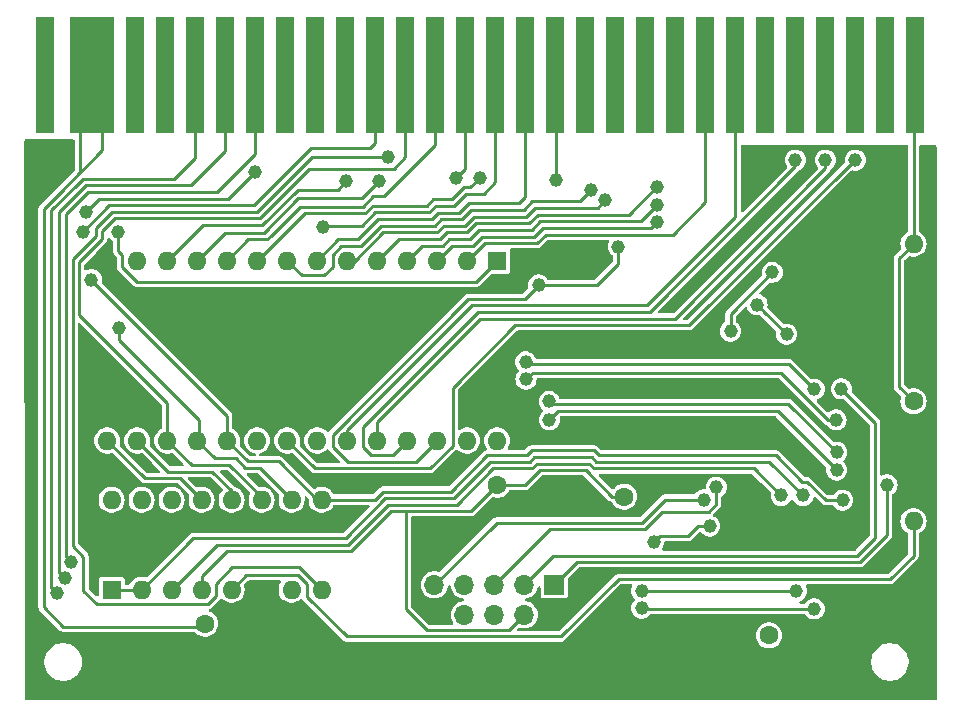
<source format=gbr>
%TF.GenerationSoftware,KiCad,Pcbnew,8.0.9-8.0.9-0~ubuntu24.04.1*%
%TF.CreationDate,2025-05-21T20:13:59-04:00*%
%TF.ProjectId,open_game_module,6f70656e-5f67-4616-9d65-5f6d6f64756c,rev?*%
%TF.SameCoordinates,Original*%
%TF.FileFunction,Copper,L2,Bot*%
%TF.FilePolarity,Positive*%
%FSLAX46Y46*%
G04 Gerber Fmt 4.6, Leading zero omitted, Abs format (unit mm)*
G04 Created by KiCad (PCBNEW 8.0.9-8.0.9-0~ubuntu24.04.1) date 2025-05-21 20:13:59*
%MOMM*%
%LPD*%
G01*
G04 APERTURE LIST*
%TA.AperFunction,ComponentPad*%
%ADD10R,1.700000X1.700000*%
%TD*%
%TA.AperFunction,ComponentPad*%
%ADD11O,1.700000X1.700000*%
%TD*%
%TA.AperFunction,ComponentPad*%
%ADD12C,1.600000*%
%TD*%
%TA.AperFunction,ComponentPad*%
%ADD13R,1.600000X1.600000*%
%TD*%
%TA.AperFunction,ComponentPad*%
%ADD14O,1.600000X1.600000*%
%TD*%
%TA.AperFunction,ConnectorPad*%
%ADD15R,1.524000X9.906000*%
%TD*%
%TA.AperFunction,ConnectorPad*%
%ADD16R,2.032000X9.906000*%
%TD*%
%TA.AperFunction,ConnectorPad*%
%ADD17R,1.778000X9.906000*%
%TD*%
%TA.AperFunction,ViaPad*%
%ADD18C,1.168400*%
%TD*%
%TA.AperFunction,Conductor*%
%ADD19C,0.254000*%
%TD*%
G04 APERTURE END LIST*
D10*
%TO.P,J2,1,Pin_1*%
%TO.N,/TCK*%
X137830000Y-114710000D03*
D11*
%TO.P,J2,2,Pin_2*%
%TO.N,GNDD*%
X137830000Y-117250000D03*
%TO.P,J2,3,Pin_3*%
%TO.N,/TDO*%
X135290000Y-114710000D03*
%TO.P,J2,4,Pin_4*%
%TO.N,+5V*%
X135290000Y-117250000D03*
%TO.P,J2,5,Pin_5*%
%TO.N,/TMS*%
X132750000Y-114710000D03*
%TO.P,J2,6,Pin_6*%
%TO.N,unconnected-(J2-Pin_6-Pad6)*%
X132750000Y-117250000D03*
%TO.P,J2,7,Pin_7*%
%TO.N,unconnected-(J2-Pin_7-Pad7)*%
X130210000Y-114710000D03*
%TO.P,J2,8,Pin_8*%
%TO.N,unconnected-(J2-Pin_8-Pad8)*%
X130210000Y-117250000D03*
%TO.P,J2,9,Pin_9*%
%TO.N,/TDI*%
X127670000Y-114710000D03*
%TO.P,J2,10,Pin_10*%
%TO.N,GNDD*%
X127670000Y-117250000D03*
%TD*%
D12*
%TO.P,C1,1*%
%TO.N,+5V*%
X133000000Y-106250000D03*
%TO.P,C1,2*%
%TO.N,GNDD*%
X138000000Y-106250000D03*
%TD*%
%TO.P,C2,1*%
%TO.N,+5V*%
X143750000Y-107256250D03*
%TO.P,C2,2*%
%TO.N,GNDD*%
X143750000Y-102256250D03*
%TD*%
D13*
%TO.P,U3,1,A14*%
%TO.N,/A14*%
X133000000Y-87260000D03*
D14*
%TO.P,U3,2,A12*%
%TO.N,/A12*%
X130460000Y-87260000D03*
%TO.P,U3,3,A7*%
%TO.N,/A7*%
X127920000Y-87260000D03*
%TO.P,U3,4,A6*%
%TO.N,/A6*%
X125380000Y-87260000D03*
%TO.P,U3,5,A5*%
%TO.N,/A5*%
X122840000Y-87260000D03*
%TO.P,U3,6,A4*%
%TO.N,/A4*%
X120300000Y-87260000D03*
%TO.P,U3,7,A3*%
%TO.N,/A3*%
X117760000Y-87260000D03*
%TO.P,U3,8,A2*%
%TO.N,/A2*%
X115220000Y-87260000D03*
%TO.P,U3,9,A1*%
%TO.N,/A1*%
X112680000Y-87260000D03*
%TO.P,U3,10,A0*%
%TO.N,/A0*%
X110140000Y-87260000D03*
%TO.P,U3,11,Q0*%
%TO.N,/D0*%
X107600000Y-87260000D03*
%TO.P,U3,12,Q1*%
%TO.N,/D1*%
X105060000Y-87260000D03*
%TO.P,U3,13,Q2*%
%TO.N,/D2*%
X102520000Y-87260000D03*
%TO.P,U3,14,GND*%
%TO.N,GNDD*%
X99980000Y-87260000D03*
%TO.P,U3,15,Q3*%
%TO.N,/D3*%
X99980000Y-102500000D03*
%TO.P,U3,16,Q4*%
%TO.N,/D4*%
X102520000Y-102500000D03*
%TO.P,U3,17,Q5*%
%TO.N,/D5*%
X105060000Y-102500000D03*
%TO.P,U3,18,Q6*%
%TO.N,/D6*%
X107600000Y-102500000D03*
%TO.P,U3,19,Q7*%
%TO.N,/D7*%
X110140000Y-102500000D03*
%TO.P,U3,20,~{CS}*%
%TO.N,/~{RAM_CS}*%
X112680000Y-102500000D03*
%TO.P,U3,21,A10*%
%TO.N,/A10*%
X115220000Y-102500000D03*
%TO.P,U3,22,~{OE}*%
%TO.N,/~{RAM_OE}*%
X117760000Y-102500000D03*
%TO.P,U3,23,A11*%
%TO.N,/A11*%
X120300000Y-102500000D03*
%TO.P,U3,24,A9*%
%TO.N,/A9*%
X122840000Y-102500000D03*
%TO.P,U3,25,A8*%
%TO.N,/A8*%
X125380000Y-102500000D03*
%TO.P,U3,26,A13*%
%TO.N,/A13*%
X127920000Y-102500000D03*
%TO.P,U3,27,~{WE}*%
%TO.N,/~{WR}*%
X130460000Y-102500000D03*
%TO.P,U3,28,VCC*%
%TO.N,+5V*%
X133000000Y-102500000D03*
%TD*%
D12*
%TO.P,C3,1*%
%TO.N,+5V*%
X156000000Y-119000000D03*
%TO.P,C3,2*%
%TO.N,GNDD*%
X161000000Y-119000000D03*
%TD*%
D13*
%TO.P,U2,1,~{WR}*%
%TO.N,/~{AY_CS}*%
X100350000Y-115130000D03*
D14*
%TO.P,U2,2,~{CS}*%
X102890000Y-115130000D03*
%TO.P,U2,3,A0*%
%TO.N,/AY_AS*%
X105430000Y-115130000D03*
%TO.P,U2,4,VDD*%
%TO.N,+5V*%
X107970000Y-115130000D03*
%TO.P,U2,5,OUT*%
%TO.N,Net-(U2-OUT)*%
X110510000Y-115130000D03*
%TO.P,U2,6,GND*%
%TO.N,GNDD*%
X113050000Y-115130000D03*
%TO.P,U2,7,CLK*%
%TO.N,/~{CLK}*%
X115590000Y-115130000D03*
%TO.P,U2,8,~{RESET}*%
%TO.N,/~{RESET}*%
X118130000Y-115130000D03*
%TO.P,U2,9,D7*%
%TO.N,/D7*%
X118130000Y-107510000D03*
%TO.P,U2,10,D6*%
%TO.N,/D6*%
X115590000Y-107510000D03*
%TO.P,U2,11,D5*%
%TO.N,/D5*%
X113050000Y-107510000D03*
%TO.P,U2,12,D4*%
%TO.N,/D4*%
X110510000Y-107510000D03*
%TO.P,U2,13,D3*%
%TO.N,/D3*%
X107970000Y-107510000D03*
%TO.P,U2,14,D2*%
%TO.N,/D2*%
X105430000Y-107510000D03*
%TO.P,U2,15,D1*%
%TO.N,/D1*%
X102890000Y-107510000D03*
%TO.P,U2,16,D0*%
%TO.N,/D0*%
X100350000Y-107510000D03*
%TD*%
D15*
%TO.P,J1,31,Pin_31*%
%TO.N,Net-(J1-Pin_31)*%
X168411000Y-71568000D03*
%TO.P,J1,32,Pin_32*%
%TO.N,unconnected-(J1-Pin_32-Pad32)*%
X165871000Y-71568000D03*
%TO.P,J1,33,Pin_33*%
%TO.N,unconnected-(J1-Pin_33-Pad33)*%
X163331000Y-71568000D03*
%TO.P,J1,34,Pin_34*%
%TO.N,unconnected-(J1-Pin_34-Pad34)*%
X160791000Y-71568000D03*
%TO.P,J1,35,Pin_35*%
%TO.N,unconnected-(J1-Pin_35-Pad35)*%
X158251000Y-71568000D03*
%TO.P,J1,36,Pin_36*%
%TO.N,unconnected-(J1-Pin_36-Pad36)*%
X155711000Y-71568000D03*
%TO.P,J1,37,Pin_37*%
%TO.N,/A11*%
X153171000Y-71568000D03*
%TO.P,J1,38,Pin_38*%
%TO.N,/A12*%
X150631000Y-71568000D03*
%TO.P,J1,39,Pin_39*%
%TO.N,unconnected-(J1-Pin_39-Pad39)*%
X148091000Y-71568000D03*
%TO.P,J1,40,Pin_40*%
%TO.N,unconnected-(J1-Pin_40-Pad40)*%
X145551000Y-71568000D03*
%TO.P,J1,41,Pin_41*%
%TO.N,unconnected-(J1-Pin_41-Pad41)*%
X143011000Y-71568000D03*
%TO.P,J1,42,Pin_42*%
%TO.N,unconnected-(J1-Pin_42-Pad42)*%
X140471000Y-71568000D03*
%TO.P,J1,43,Pin_43*%
%TO.N,/A15*%
X137931000Y-71568000D03*
%TO.P,J1,44,Pin_44*%
%TO.N,/A3*%
X135391000Y-71568000D03*
%TO.P,J1,45,Pin_45*%
%TO.N,/~{CLK}*%
X132851000Y-71568000D03*
%TO.P,J1,46,Pin_46*%
%TO.N,/D2*%
X130311000Y-71568000D03*
%TO.P,J1,47,Pin_47*%
%TO.N,/A0*%
X127771000Y-71568000D03*
%TO.P,J1,48,Pin_48*%
%TO.N,/D5*%
X125231000Y-71568000D03*
%TO.P,J1,49,Pin_49*%
%TO.N,/~{RFSH}*%
X122691000Y-71568000D03*
%TO.P,J1,50,Pin_50*%
%TO.N,unconnected-(J1-Pin_50-Pad50)*%
X120151000Y-71568000D03*
%TO.P,J1,51,Pin_51*%
%TO.N,unconnected-(J1-Pin_51-Pad51)*%
X117611000Y-71568000D03*
%TO.P,J1,52,Pin_52*%
%TO.N,unconnected-(J1-Pin_52-Pad52)*%
X115071000Y-71568000D03*
%TO.P,J1,53,Pin_53*%
%TO.N,/~{RD}*%
X112531000Y-71568000D03*
%TO.P,J1,54,Pin_54*%
%TO.N,/~{MREQ}*%
X109991000Y-71568000D03*
%TO.P,J1,55,Pin_55*%
%TO.N,/~{IORQ}*%
X107451000Y-71568000D03*
%TO.P,J1,56,Pin_56*%
%TO.N,unconnected-(J1-Pin_56-Pad56)*%
X104911000Y-71568000D03*
%TO.P,J1,57,Pin_57*%
%TO.N,unconnected-(J1-Pin_57-Pad57)*%
X102371000Y-71568000D03*
D16*
%TO.P,J1,58,Pin_58*%
%TO.N,+5V*%
X99577000Y-71568000D03*
D17*
%TO.P,J1,59,Pin_59*%
X97672000Y-71568000D03*
D15*
%TO.P,J1,60,Pin_60*%
%TO.N,unconnected-(J1-Pin_60-Pad60)*%
X94751000Y-71568000D03*
%TD*%
D12*
%TO.P,C4,1*%
%TO.N,+5V*%
X108270000Y-118010000D03*
%TO.P,C4,2*%
%TO.N,GNDD*%
X113270000Y-118010000D03*
%TD*%
%TO.P,R6,1*%
%TO.N,GNDD*%
X168250000Y-96000000D03*
D14*
%TO.P,R6,2*%
%TO.N,Net-(J1-Pin_31)*%
X168250000Y-85840000D03*
%TD*%
D12*
%TO.P,R5,1*%
%TO.N,Net-(J1-Pin_31)*%
X168250000Y-99170000D03*
D14*
%TO.P,R5,2*%
%TO.N,Net-(U2-OUT)*%
X168250000Y-109330000D03*
%TD*%
D18*
%TO.N,GNDD*%
X154750000Y-102500000D03*
X116500000Y-99500000D03*
X159250000Y-104500000D03*
X93625000Y-77875000D03*
X101000000Y-112250000D03*
X154500000Y-109250000D03*
X159500000Y-93500000D03*
X152000000Y-119000000D03*
X151750000Y-102500000D03*
X98250000Y-95500000D03*
%TO.N,/A6*%
X146500000Y-82527138D03*
%TO.N,/D4*%
X161690569Y-100750000D03*
X135436413Y-97316322D03*
%TO.N,/A4*%
X142156579Y-82172579D03*
%TO.N,/D0*%
X123000000Y-80532000D03*
%TO.N,/A14*%
X100915500Y-84818500D03*
%TO.N,/~{WR}*%
X151000000Y-109750000D03*
X98139896Y-83139896D03*
X112500000Y-79750000D03*
X146250000Y-111112250D03*
%TO.N,/~{CLK}*%
X155000000Y-90984000D03*
X157500000Y-93500000D03*
X118250000Y-84425200D03*
%TO.N,/A15*%
X152750000Y-93250000D03*
X138000000Y-80484000D03*
X156281159Y-88266000D03*
%TO.N,/D1*%
X120208233Y-80532000D03*
%TO.N,/D2*%
X129500000Y-80250000D03*
%TO.N,/~{RFSH}*%
X97886448Y-84886448D03*
%TO.N,/~{IORQ}*%
X95687054Y-115426636D03*
%TO.N,/~{MREQ}*%
X96389800Y-114131849D03*
%TO.N,/A5*%
X146500000Y-81054388D03*
%TO.N,/A8*%
X158251000Y-78750000D03*
%TO.N,/A9*%
X160791000Y-78750000D03*
%TO.N,/D6*%
X101000000Y-93000000D03*
X137400584Y-100750000D03*
X161750000Y-105000000D03*
%TO.N,/A10*%
X163331000Y-78750000D03*
%TO.N,/A1*%
X131500000Y-80250000D03*
%TO.N,/A13*%
X136500000Y-89332401D03*
X143250000Y-86074800D03*
%TO.N,/D3*%
X135406579Y-95843421D03*
X159843421Y-98156579D03*
%TO.N,/~{RD}*%
X96948600Y-112768743D03*
%TO.N,/~{RESET}*%
X123750000Y-78500000D03*
%TO.N,/D5*%
X137400584Y-99187984D03*
X161750000Y-103500000D03*
%TO.N,/D7*%
X98625000Y-88875000D03*
X162250000Y-107556250D03*
%TO.N,/A7*%
X146500000Y-84000000D03*
%TO.N,/A2*%
X140973425Y-81294813D03*
%TO.N,/TCK*%
X166000000Y-106250000D03*
%TO.N,/TDO*%
X162120479Y-98127144D03*
%TO.N,/TDI*%
X150500000Y-107500000D03*
%TO.N,/TMS*%
X151541712Y-106458288D03*
%TO.N,/AY_AS*%
X157057781Y-107151521D03*
%TO.N,/~{RAM_OE}*%
X145234000Y-115223203D03*
X158313750Y-115250000D03*
%TO.N,/~{RAM_CS}*%
X145234000Y-116696406D03*
X159833750Y-116750000D03*
%TO.N,/~{AY_CS}*%
X158887372Y-107151521D03*
%TD*%
D19*
%TO.N,+5V*%
X94585421Y-82886741D02*
X95787162Y-81685000D01*
X130750000Y-108500000D02*
X126250000Y-108500000D01*
X126500000Y-108500000D02*
X124000000Y-108500000D01*
X134008200Y-118531800D02*
X127031800Y-118531800D01*
X94585421Y-116585421D02*
X94585421Y-82886741D01*
X97672000Y-79800163D02*
X95787162Y-81685000D01*
X124000000Y-108500000D02*
X120632400Y-111867600D01*
X108030000Y-118250000D02*
X96250000Y-118250000D01*
X142756250Y-107256250D02*
X140518200Y-105018200D01*
X99577000Y-77895162D02*
X99577000Y-71568000D01*
X140518200Y-105018200D02*
X136602588Y-105018200D01*
X97672000Y-71568000D02*
X97672000Y-79800163D01*
X120632400Y-111867600D02*
X110101030Y-111867600D01*
X95787162Y-81685000D02*
X99577000Y-77895162D01*
X107970000Y-113998630D02*
X107970000Y-115130000D01*
X96250000Y-118250000D02*
X94585421Y-116585421D01*
X135370788Y-106250000D02*
X133000000Y-106250000D01*
X127031800Y-118531800D02*
X125250000Y-116750000D01*
X125250000Y-116750000D02*
X125250000Y-108500000D01*
X135290000Y-117250000D02*
X134008200Y-118531800D01*
X110101030Y-111867600D02*
X107970000Y-113998630D01*
X143750000Y-107256250D02*
X142756250Y-107256250D01*
X136602588Y-105018200D02*
X135370788Y-106250000D01*
X108270000Y-118010000D02*
X108030000Y-118250000D01*
X133000000Y-106250000D02*
X130750000Y-108500000D01*
%TO.N,Net-(J1-Pin_31)*%
X168250000Y-99170000D02*
X167018200Y-97938200D01*
X168250000Y-85840000D02*
X168250000Y-71729000D01*
X167018200Y-97938200D02*
X167018200Y-87071800D01*
X168250000Y-71729000D02*
X168411000Y-71568000D01*
X167018200Y-87071800D02*
X168250000Y-85840000D01*
%TO.N,/A6*%
X146531675Y-82527138D02*
X145133613Y-83925200D01*
X135909116Y-84674400D02*
X131465076Y-84674400D01*
X136658316Y-83925200D02*
X135909116Y-84674400D01*
X130698276Y-85441200D02*
X128948538Y-85441200D01*
X128389738Y-86000000D02*
X126640000Y-86000000D01*
X145133613Y-83925200D02*
X136658316Y-83925200D01*
X126640000Y-86000000D02*
X125380000Y-87260000D01*
X128948538Y-85441200D02*
X128389738Y-86000000D01*
X131465076Y-84674400D02*
X130698276Y-85441200D01*
%TO.N,/D4*%
X157000000Y-96750000D02*
X136002735Y-96750000D01*
X110510000Y-107510000D02*
X110510000Y-106750000D01*
X136002735Y-96750000D02*
X135436413Y-97316322D01*
X161000000Y-100750000D02*
X157000000Y-96750000D01*
X108887600Y-105127600D02*
X105147600Y-105127600D01*
X105147600Y-105127600D02*
X102520000Y-102500000D01*
X110510000Y-106750000D02*
X108887600Y-105127600D01*
X161750000Y-100750000D02*
X161000000Y-100750000D01*
%TO.N,/A4*%
X141521558Y-82807600D02*
X136195392Y-82807600D01*
X123367600Y-84882400D02*
X120990000Y-87260000D01*
X142156579Y-82172579D02*
X141521558Y-82807600D01*
X130235350Y-84323600D02*
X128485613Y-84323600D01*
X136195392Y-82807600D02*
X135446192Y-83556800D01*
X127926813Y-84882400D02*
X123367600Y-84882400D01*
X128485613Y-84323600D02*
X127926813Y-84882400D01*
X120990000Y-87260000D02*
X120300000Y-87260000D01*
X135446192Y-83556800D02*
X131002150Y-83556800D01*
X131002150Y-83556800D02*
X130235350Y-84323600D01*
%TO.N,/D0*%
X109949400Y-84910600D02*
X107600000Y-87260000D01*
X121508426Y-82000000D02*
X116161049Y-82000000D01*
X122976426Y-80532000D02*
X121508426Y-82000000D01*
X113250449Y-84910600D02*
X109949400Y-84910600D01*
X123000000Y-80532000D02*
X122976426Y-80532000D01*
X116161049Y-82000000D02*
X113250449Y-84910600D01*
%TO.N,/A14*%
X101211800Y-86749771D02*
X101211800Y-87770229D01*
X101211800Y-87770229D02*
X102492171Y-89050600D01*
X100915500Y-84818500D02*
X100915500Y-86453471D01*
X100915500Y-86453471D02*
X101211800Y-86749771D01*
X102492171Y-89050600D02*
X131209400Y-89050600D01*
X131209400Y-89050600D02*
X133000000Y-87260000D01*
%TO.N,/A12*%
X150500000Y-71699000D02*
X150631000Y-71568000D01*
X147862041Y-85058800D02*
X150631000Y-82289841D01*
X137105241Y-85058800D02*
X147862041Y-85058800D01*
X130460000Y-87260000D02*
X131928000Y-85792000D01*
X150631000Y-82289841D02*
X150631000Y-71568000D01*
X131928000Y-85792000D02*
X136372041Y-85792000D01*
X136372041Y-85792000D02*
X137105241Y-85058800D01*
%TO.N,/~{WR}*%
X146787450Y-110574800D02*
X149175200Y-110574800D01*
X98139896Y-83139896D02*
X99264992Y-82014800D01*
X110235200Y-82014800D02*
X112500000Y-79750000D01*
X146250000Y-111112250D02*
X146787450Y-110574800D01*
X99264992Y-82014800D02*
X110235200Y-82014800D01*
X150000000Y-109750000D02*
X151000000Y-109750000D01*
X149175200Y-110574800D02*
X150000000Y-109750000D01*
%TO.N,/A0*%
X122475088Y-81823600D02*
X123426400Y-81823600D01*
X123426400Y-81823600D02*
X127771000Y-77479000D01*
X113481912Y-85469400D02*
X113809249Y-85142062D01*
X113809249Y-85142062D02*
X116260111Y-82691200D01*
X116260111Y-82691200D02*
X121607488Y-82691200D01*
X127771000Y-77479000D02*
X127771000Y-71568000D01*
X121607488Y-82691200D02*
X122475088Y-81823600D01*
X111930600Y-85469400D02*
X113481912Y-85469400D01*
X110140000Y-87260000D02*
X111930600Y-85469400D01*
%TO.N,/A11*%
X153171000Y-83579000D02*
X145693069Y-91056931D01*
X145693069Y-91056931D02*
X130875732Y-91056931D01*
X120300000Y-101632663D02*
X120300000Y-102500000D01*
X130875732Y-91056931D02*
X120300000Y-101632663D01*
X153171000Y-71568000D02*
X153171000Y-83579000D01*
%TO.N,/A3*%
X127478688Y-83750000D02*
X128022688Y-83206000D01*
X129772426Y-83206000D02*
X130570358Y-82408068D01*
X122919474Y-83750000D02*
X127478688Y-83750000D01*
X135391000Y-81859000D02*
X135391000Y-71568000D01*
X121200074Y-85469400D02*
X122919474Y-83750000D01*
X119550600Y-85469400D02*
X121200074Y-85469400D01*
X128022688Y-83206000D02*
X129772426Y-83206000D01*
X134841932Y-82408068D02*
X135391000Y-81859000D01*
X117760000Y-87260000D02*
X119550600Y-85469400D01*
X130570358Y-82408068D02*
X134841932Y-82408068D01*
%TO.N,/~{CLK}*%
X122688012Y-83191200D02*
X127247226Y-83191200D01*
X118250000Y-84425200D02*
X118335699Y-84339501D01*
X127247226Y-83191200D02*
X127791226Y-82647200D01*
X129362145Y-82647200D02*
X130379673Y-81629672D01*
X155500000Y-91500000D02*
X157500000Y-93500000D01*
X118335699Y-84339501D02*
X121539711Y-84339501D01*
X132851000Y-80649000D02*
X132851000Y-71568000D01*
X130379673Y-81629672D02*
X131870328Y-81629672D01*
X121539711Y-84339501D02*
X122688012Y-83191200D01*
X131870328Y-81629672D02*
X132851000Y-80649000D01*
X127791226Y-82647200D02*
X129362145Y-82647200D01*
X155500000Y-91484000D02*
X155500000Y-91500000D01*
X155000000Y-90984000D02*
X155500000Y-91484000D01*
%TO.N,/A15*%
X138000000Y-71637000D02*
X138000000Y-80500000D01*
X138000000Y-80500000D02*
X138000000Y-80484000D01*
X156281159Y-88266000D02*
X152750000Y-91797159D01*
X137931000Y-71568000D02*
X138000000Y-71637000D01*
X152750000Y-91797159D02*
X152750000Y-93250000D01*
%TO.N,/D1*%
X113120787Y-84250000D02*
X108070000Y-84250000D01*
X108070000Y-84250000D02*
X105060000Y-87260000D01*
X116120787Y-81250000D02*
X113120787Y-84250000D01*
X119490233Y-81250000D02*
X116120787Y-81250000D01*
X120208233Y-80532000D02*
X119490233Y-81250000D01*
%TO.N,/D2*%
X129500000Y-80250000D02*
X130250000Y-79500000D01*
X130250000Y-71629000D02*
X130311000Y-71568000D01*
X130250000Y-79500000D02*
X130250000Y-71629000D01*
%TO.N,/~{RFSH}*%
X100143034Y-82573600D02*
X112426400Y-82573600D01*
X122250000Y-77750000D02*
X122691000Y-77309000D01*
X112426400Y-82573600D02*
X117250000Y-77750000D01*
X97886448Y-84886448D02*
X97886448Y-84830186D01*
X122691000Y-77309000D02*
X122691000Y-71568000D01*
X97886448Y-84830186D02*
X100143034Y-82573600D01*
X117250000Y-77750000D02*
X122250000Y-77750000D01*
%TO.N,/~{IORQ}*%
X107451000Y-78557738D02*
X107451000Y-71568000D01*
X97512426Y-80750000D02*
X97924026Y-80338400D01*
X97924026Y-80338400D02*
X105670338Y-80338400D01*
X95250000Y-114989582D02*
X95250000Y-83012425D01*
X95687054Y-115426636D02*
X95250000Y-114989582D01*
X105670338Y-80338400D02*
X107451000Y-78557738D01*
X95250000Y-83012425D02*
X97512426Y-80750000D01*
%TO.N,/~{MREQ}*%
X107102800Y-80897200D02*
X109991000Y-78009000D01*
X109991000Y-78009000D02*
X109991000Y-71568000D01*
X98155488Y-80897200D02*
X107102800Y-80897200D01*
X95932600Y-113674649D02*
X95932600Y-83120088D01*
X96389800Y-114131849D02*
X95932600Y-113674649D01*
X95932600Y-83120088D02*
X98155488Y-80897200D01*
%TO.N,/A5*%
X130466813Y-84882400D02*
X128717076Y-84882400D01*
X124658800Y-85441200D02*
X122840000Y-87260000D01*
X146445612Y-81054388D02*
X144133600Y-83366400D01*
X146495149Y-81054388D02*
X146445612Y-81054388D01*
X131233613Y-84115600D02*
X130466813Y-84882400D01*
X136426854Y-83366400D02*
X135677654Y-84115600D01*
X128158276Y-85441200D02*
X124658800Y-85441200D01*
X144133600Y-83366400D02*
X136426854Y-83366400D01*
X128717076Y-84882400D02*
X128158276Y-85441200D01*
X135677654Y-84115600D02*
X131233613Y-84115600D01*
%TO.N,/A8*%
X158251000Y-78750000D02*
X158251000Y-79289262D01*
X122329771Y-103731800D02*
X124148200Y-103731800D01*
X158251000Y-79289262D02*
X145924531Y-91615731D01*
X124148200Y-103731800D02*
X125380000Y-102500000D01*
X121608200Y-103010229D02*
X122329771Y-103731800D01*
X131344006Y-91615731D02*
X121608200Y-101351537D01*
X145924531Y-91615731D02*
X131344006Y-91615731D01*
X121608200Y-101351537D02*
X121608200Y-103010229D01*
%TO.N,/A9*%
X160791000Y-78750000D02*
X160791000Y-79459000D01*
X160791000Y-79459000D02*
X148075469Y-92174531D01*
X148075469Y-92174531D02*
X131575469Y-92174531D01*
X122840000Y-100910000D02*
X122840000Y-102500000D01*
X131575469Y-92174531D02*
X122840000Y-100910000D01*
%TO.N,/D6*%
X101000000Y-93000000D02*
X101000000Y-94000000D01*
X107750000Y-102350000D02*
X107600000Y-102500000D01*
X138150584Y-100000000D02*
X156750000Y-100000000D01*
X156750000Y-100000000D02*
X161750000Y-105000000D01*
X137400584Y-100750000D02*
X138150584Y-100000000D01*
X115590000Y-107510000D02*
X112898800Y-104818800D01*
X111668537Y-104818800D02*
X110859737Y-104010000D01*
X109110000Y-104010000D02*
X107600000Y-102500000D01*
X110859737Y-104010000D02*
X109110000Y-104010000D01*
X101000000Y-94000000D02*
X107750000Y-100750000D01*
X112898800Y-104818800D02*
X111668537Y-104818800D01*
X107750000Y-100750000D02*
X107750000Y-102350000D01*
%TO.N,/A10*%
X127312629Y-104849400D02*
X117569400Y-104849400D01*
X163250000Y-78750000D02*
X149250000Y-92750000D01*
X129228200Y-102933829D02*
X127312629Y-104849400D01*
X117569400Y-104849400D02*
X115220000Y-102500000D01*
X149250000Y-92750000D02*
X134500000Y-92750000D01*
X163331000Y-78750000D02*
X163250000Y-78750000D01*
X134500000Y-92750000D02*
X129228200Y-98021800D01*
X129228200Y-98021800D02*
X129228200Y-102933829D01*
%TO.N,/A1*%
X116690000Y-83250000D02*
X112680000Y-87260000D01*
X130148211Y-81070872D02*
X129130683Y-82088400D01*
X121838950Y-83250000D02*
X116690000Y-83250000D01*
X130679128Y-81070872D02*
X130148211Y-81070872D01*
X129130683Y-82088400D02*
X127559763Y-82088400D01*
X127015763Y-82632400D02*
X122456550Y-82632400D01*
X131500000Y-80250000D02*
X130679128Y-81070872D01*
X122456550Y-82632400D02*
X121838950Y-83250000D01*
X127559763Y-82088400D02*
X127015763Y-82632400D01*
%TO.N,/A13*%
X120348571Y-104290600D02*
X126129400Y-104290600D01*
X130559840Y-90498131D02*
X119068200Y-101989771D01*
X136500000Y-89332401D02*
X141433599Y-89332401D01*
X119068200Y-101989771D02*
X119068200Y-103010229D01*
X141433599Y-89332401D02*
X143250000Y-87516000D01*
X119068200Y-103010229D02*
X120348571Y-104290600D01*
X143250000Y-87516000D02*
X143250000Y-86074800D01*
X135334270Y-90498131D02*
X130559840Y-90498131D01*
X126129400Y-104290600D02*
X127920000Y-102500000D01*
X136500000Y-89332401D02*
X135334270Y-90498131D01*
%TO.N,/D3*%
X106146400Y-105686400D02*
X103166400Y-105686400D01*
X159635609Y-97948767D02*
X159843421Y-98156579D01*
X135563158Y-96000000D02*
X135406579Y-95843421D01*
X107970000Y-107510000D02*
X106146400Y-105686400D01*
X103166400Y-105686400D02*
X99980000Y-102500000D01*
X157686842Y-96000000D02*
X135563158Y-96000000D01*
X159843421Y-98156579D02*
X157686842Y-96000000D01*
X159635609Y-97885609D02*
X159635609Y-97948767D01*
%TO.N,/~{RD}*%
X96491400Y-112311543D02*
X96491400Y-83351551D01*
X112531000Y-78219000D02*
X112531000Y-71568000D01*
X109294000Y-81456000D02*
X112531000Y-78219000D01*
X98386951Y-81456000D02*
X109294000Y-81456000D01*
X96491400Y-83351551D02*
X98386951Y-81456000D01*
X96948600Y-112768743D02*
X96491400Y-112311543D01*
%TO.N,/~{RESET}*%
X99000000Y-84506896D02*
X100374496Y-83132400D01*
X117290262Y-78500000D02*
X123750000Y-78500000D01*
X99118200Y-116361800D02*
X97964600Y-115208200D01*
X99000000Y-85209737D02*
X99000000Y-84506896D01*
X100374496Y-83132400D02*
X112657862Y-83132400D01*
X108480229Y-116361800D02*
X99118200Y-116361800D01*
X97964600Y-112329159D02*
X97050200Y-111414759D01*
X97964600Y-115208200D02*
X97964600Y-112329159D01*
X112657862Y-83132400D02*
X117290262Y-78500000D01*
X118130000Y-115130000D02*
X116250000Y-113250000D01*
X109201800Y-114619771D02*
X109201800Y-115640229D01*
X97050200Y-87159537D02*
X99000000Y-85209737D01*
X97050200Y-111414759D02*
X97050200Y-87159537D01*
X116250000Y-113250000D02*
X110571571Y-113250000D01*
X109201800Y-115640229D02*
X108480229Y-116361800D01*
X110571571Y-113250000D02*
X109201800Y-114619771D01*
%TO.N,/D5*%
X137614821Y-99402221D02*
X157652221Y-99402221D01*
X107128800Y-104568800D02*
X105060000Y-102500000D01*
X137224158Y-99187984D02*
X137400584Y-99187984D01*
X124234000Y-79516000D02*
X125231000Y-78519000D01*
X117064525Y-79516000D02*
X124234000Y-79516000D01*
X99558800Y-85441200D02*
X99558800Y-84738359D01*
X125231000Y-78519000D02*
X125231000Y-71568000D01*
X112889325Y-83691200D02*
X117064525Y-79516000D01*
X110328800Y-104568800D02*
X107128800Y-104568800D01*
X137400584Y-99187984D02*
X137614821Y-99402221D01*
X97609000Y-87391000D02*
X99558800Y-85441200D01*
X99558800Y-84738359D02*
X100605959Y-83691200D01*
X105060000Y-102500000D02*
X105060000Y-99310000D01*
X157652221Y-99402221D02*
X161750000Y-103500000D01*
X105060000Y-99310000D02*
X97609000Y-91859000D01*
X100605959Y-83691200D02*
X112889325Y-83691200D01*
X97609000Y-91859000D02*
X97609000Y-87391000D01*
X113050000Y-107290000D02*
X110328800Y-104568800D01*
X113050000Y-107510000D02*
X113050000Y-107290000D01*
%TO.N,/D7*%
X123305612Y-106823600D02*
X122629212Y-107500000D01*
X135908200Y-103341800D02*
X135500000Y-103750000D01*
X135500000Y-103750000D02*
X132169475Y-103750000D01*
X118140000Y-107500000D02*
X118130000Y-107510000D01*
X110140000Y-100390000D02*
X110140000Y-102500000D01*
X98625000Y-88875000D02*
X110140000Y-100390000D01*
X132169475Y-103750000D02*
X129095875Y-106823600D01*
X111900000Y-104260000D02*
X110140000Y-102500000D01*
X162250000Y-107556250D02*
X160806250Y-107556250D01*
X158813159Y-106000000D02*
X156563159Y-103750000D01*
X117760000Y-107510000D02*
X114510000Y-104260000D01*
X118130000Y-107510000D02*
X117760000Y-107510000D01*
X159250000Y-106000000D02*
X158813159Y-106000000D01*
X122629212Y-107500000D02*
X118140000Y-107500000D01*
X141620788Y-103750000D02*
X141212588Y-103341800D01*
X114510000Y-104260000D02*
X111900000Y-104260000D01*
X156563159Y-103750000D02*
X141620788Y-103750000D01*
X160806250Y-107556250D02*
X159250000Y-106000000D01*
X141212588Y-103341800D02*
X135908200Y-103341800D01*
X129095875Y-106823600D02*
X123305612Y-106823600D01*
%TO.N,/A7*%
X146016000Y-84484000D02*
X136889779Y-84484000D01*
X129180000Y-86000000D02*
X127920000Y-87260000D01*
X131696538Y-85233200D02*
X130929738Y-86000000D01*
X130929738Y-86000000D02*
X129180000Y-86000000D01*
X136889779Y-84484000D02*
X136140579Y-85233200D01*
X136140579Y-85233200D02*
X131696538Y-85233200D01*
X146500000Y-84000000D02*
X146016000Y-84484000D01*
%TO.N,/A2*%
X123136137Y-84323600D02*
X121431537Y-86028200D01*
X135963930Y-82248800D02*
X135245862Y-82966868D01*
X135245862Y-82966868D02*
X130801820Y-82966868D01*
X121431537Y-86028200D02*
X119789771Y-86028200D01*
X119068200Y-86749771D02*
X119068200Y-87770229D01*
X140973425Y-81294813D02*
X140019438Y-82248800D01*
X118346629Y-88491800D02*
X116451800Y-88491800D01*
X127695350Y-84323600D02*
X123136137Y-84323600D01*
X119068200Y-87770229D02*
X118346629Y-88491800D01*
X116451800Y-88491800D02*
X115220000Y-87260000D01*
X140019438Y-82248800D02*
X135963930Y-82248800D01*
X128254150Y-83764800D02*
X127695350Y-84323600D01*
X130003888Y-83764800D02*
X128254150Y-83764800D01*
X130801820Y-82966868D02*
X130003888Y-83764800D01*
X119789771Y-86028200D02*
X119068200Y-86749771D01*
%TO.N,/TCK*%
X137830000Y-114710000D02*
X139731200Y-112808800D01*
X139731200Y-112808800D02*
X163731462Y-112808800D01*
X166000000Y-110540262D02*
X166000000Y-106250000D01*
X163731462Y-112808800D02*
X166000000Y-110540262D01*
%TO.N,/TDO*%
X137750000Y-112250000D02*
X135290000Y-114710000D01*
X163500000Y-112250000D02*
X137750000Y-112250000D01*
X164984000Y-100984000D02*
X164984000Y-110766000D01*
X162127144Y-98127144D02*
X164984000Y-100984000D01*
X164984000Y-110766000D02*
X163500000Y-112250000D01*
X162120479Y-98127144D02*
X162127144Y-98127144D01*
%TO.N,/TDI*%
X127670000Y-114710000D02*
X132938800Y-109441200D01*
X145268538Y-109441200D02*
X147209738Y-107500000D01*
X132938800Y-109441200D02*
X145268538Y-109441200D01*
X147209738Y-107500000D02*
X150500000Y-107500000D01*
%TO.N,/TMS*%
X137460000Y-110000000D02*
X132750000Y-114710000D01*
X151541712Y-106458288D02*
X151541712Y-107895129D01*
X150920841Y-108516000D02*
X146984000Y-108516000D01*
X145500000Y-110000000D02*
X137460000Y-110000000D01*
X151541712Y-107895129D02*
X150920841Y-108516000D01*
X146984000Y-108516000D02*
X145500000Y-110000000D01*
%TO.N,Net-(U2-OUT)*%
X111741800Y-113898200D02*
X116107938Y-113898200D01*
X116107938Y-113898200D02*
X116898200Y-114688462D01*
X120250000Y-119090600D02*
X138409400Y-119090600D01*
X116898200Y-114688462D02*
X116898200Y-115738800D01*
X168250000Y-112250000D02*
X168250000Y-109330000D01*
X143292797Y-114207203D02*
X158707794Y-114207203D01*
X166250000Y-114250000D02*
X168250000Y-112250000D01*
X158750591Y-114250000D02*
X166250000Y-114250000D01*
X116898200Y-115738800D02*
X120250000Y-119090600D01*
X138409400Y-119090600D02*
X143292797Y-114207203D01*
X110510000Y-115130000D02*
X111741800Y-113898200D01*
X158707794Y-114207203D02*
X158750591Y-114250000D01*
%TO.N,/AY_AS*%
X157057781Y-107192219D02*
X157057780Y-107192219D01*
X120400937Y-111308800D02*
X109251200Y-111308800D01*
X132632400Y-104867600D02*
X129558800Y-107941200D01*
X140749663Y-104459400D02*
X136371126Y-104459400D01*
X135962926Y-104867600D02*
X132632400Y-104867600D01*
X154733161Y-104867600D02*
X141157863Y-104867600D01*
X123768537Y-107941200D02*
X120400937Y-111308800D01*
X157057780Y-107192219D02*
X154733161Y-104867600D01*
X129558800Y-107941200D02*
X123768537Y-107941200D01*
X136371126Y-104459400D02*
X135962926Y-104867600D01*
X141157863Y-104867600D02*
X140749663Y-104459400D01*
X109251200Y-111308800D02*
X105430000Y-115130000D01*
%TO.N,/~{RAM_OE}*%
X158313750Y-115250000D02*
X145260797Y-115250000D01*
X145260797Y-115250000D02*
X145234000Y-115223203D01*
%TO.N,/~{RAM_CS}*%
X145287594Y-116750000D02*
X145234000Y-116696406D01*
X159833750Y-116750000D02*
X145287594Y-116750000D01*
%TO.N,/~{AY_CS}*%
X136139663Y-103900600D02*
X135731463Y-104308800D01*
X132400937Y-104308800D02*
X129327337Y-107382400D01*
X140981125Y-103900600D02*
X136139663Y-103900600D01*
X120169474Y-110750000D02*
X107270000Y-110750000D01*
X141389325Y-104308800D02*
X140981125Y-103900600D01*
X100350000Y-115130000D02*
X102890000Y-115130000D01*
X135731463Y-104308800D02*
X132400937Y-104308800D01*
X156044651Y-104308800D02*
X141389325Y-104308800D01*
X129327337Y-107382400D02*
X123537074Y-107382400D01*
X107270000Y-110750000D02*
X102890000Y-115130000D01*
X123537074Y-107382400D02*
X120169474Y-110750000D01*
X158887372Y-107151521D02*
X156044651Y-104308800D01*
%TD*%
%TA.AperFunction,Conductor*%
%TO.N,GNDD*%
G36*
X97182739Y-77019685D02*
G01*
X97228494Y-77072489D01*
X97239700Y-77124000D01*
X97239700Y-79569735D01*
X97220015Y-79636774D01*
X97203381Y-79657416D01*
X94239496Y-82621300D01*
X94239490Y-82621308D01*
X94182585Y-82719872D01*
X94182582Y-82719877D01*
X94168536Y-82772299D01*
X94156371Y-82817700D01*
X94153121Y-82829828D01*
X94153121Y-116528507D01*
X94153121Y-116642335D01*
X94166720Y-116693086D01*
X94182582Y-116752284D01*
X94182585Y-116752289D01*
X94239490Y-116850853D01*
X94239494Y-116850858D01*
X94239495Y-116850860D01*
X95984561Y-118595926D01*
X95984563Y-118595927D01*
X95984567Y-118595930D01*
X96058501Y-118638615D01*
X96083138Y-118652839D01*
X96103519Y-118658300D01*
X96193087Y-118682300D01*
X107330895Y-118682300D01*
X107397934Y-118701985D01*
X107429850Y-118731574D01*
X107449675Y-118757828D01*
X107601053Y-118895826D01*
X107601055Y-118895828D01*
X107700670Y-118957507D01*
X107775215Y-119003663D01*
X107966225Y-119077660D01*
X108167579Y-119115300D01*
X108167581Y-119115300D01*
X108372419Y-119115300D01*
X108372421Y-119115300D01*
X108573775Y-119077660D01*
X108764785Y-119003663D01*
X108938946Y-118895827D01*
X109090326Y-118757826D01*
X109213771Y-118594358D01*
X109305077Y-118410991D01*
X109361135Y-118213968D01*
X109380035Y-118010000D01*
X109379695Y-118006336D01*
X109361135Y-117806032D01*
X109361134Y-117806030D01*
X109355642Y-117786728D01*
X109305077Y-117609009D01*
X109300902Y-117600625D01*
X109236346Y-117470979D01*
X109213771Y-117425642D01*
X109090326Y-117262174D01*
X109090324Y-117262171D01*
X108938946Y-117124173D01*
X108938944Y-117124171D01*
X108764790Y-117016340D01*
X108764783Y-117016336D01*
X108674916Y-116981522D01*
X108619515Y-116938949D01*
X108595924Y-116873182D01*
X108611635Y-116805102D01*
X108657709Y-116758508D01*
X108745668Y-116707726D01*
X109546262Y-115907130D01*
X109607585Y-115873646D01*
X109677276Y-115878630D01*
X109717477Y-115903172D01*
X109841054Y-116015827D01*
X109841056Y-116015828D01*
X109841057Y-116015829D01*
X109884578Y-116042776D01*
X110015215Y-116123663D01*
X110206225Y-116197660D01*
X110407579Y-116235300D01*
X110407581Y-116235300D01*
X110612419Y-116235300D01*
X110612421Y-116235300D01*
X110813775Y-116197660D01*
X111004785Y-116123663D01*
X111178946Y-116015827D01*
X111330326Y-115877826D01*
X111453771Y-115714358D01*
X111545077Y-115530991D01*
X111601135Y-115333968D01*
X111620035Y-115130000D01*
X111607178Y-114991253D01*
X111601135Y-114926032D01*
X111601134Y-114926029D01*
X111600327Y-114923194D01*
X111584709Y-114868302D01*
X111559986Y-114781407D01*
X111560573Y-114711540D01*
X111591567Y-114659796D01*
X111884547Y-114366816D01*
X111945869Y-114333334D01*
X111972227Y-114330500D01*
X114559671Y-114330500D01*
X114626710Y-114350185D01*
X114672465Y-114402989D01*
X114682409Y-114472147D01*
X114658625Y-114529227D01*
X114646229Y-114545641D01*
X114554927Y-114728998D01*
X114554921Y-114729013D01*
X114498865Y-114926030D01*
X114498864Y-114926032D01*
X114479965Y-115129999D01*
X114479965Y-115130000D01*
X114498864Y-115333967D01*
X114498865Y-115333969D01*
X114554921Y-115530986D01*
X114554927Y-115531001D01*
X114646229Y-115714358D01*
X114769675Y-115877828D01*
X114876737Y-115975427D01*
X114917517Y-116012603D01*
X114921053Y-116015826D01*
X114921055Y-116015828D01*
X114964578Y-116042776D01*
X115095215Y-116123663D01*
X115286225Y-116197660D01*
X115487579Y-116235300D01*
X115487581Y-116235300D01*
X115692419Y-116235300D01*
X115692421Y-116235300D01*
X115893775Y-116197660D01*
X116084785Y-116123663D01*
X116258946Y-116015827D01*
X116341633Y-115940447D01*
X116404434Y-115909832D01*
X116473821Y-115918029D01*
X116527762Y-115962439D01*
X116532550Y-115970076D01*
X116552274Y-116004239D01*
X119984561Y-119436526D01*
X119984563Y-119436527D01*
X119984567Y-119436530D01*
X120083131Y-119493435D01*
X120083138Y-119493439D01*
X120193086Y-119522900D01*
X120193087Y-119522900D01*
X120193088Y-119522900D01*
X138466312Y-119522900D01*
X138466314Y-119522900D01*
X138576262Y-119493439D01*
X138674839Y-119436526D01*
X139111366Y-118999999D01*
X154889965Y-118999999D01*
X154889965Y-119000000D01*
X154908864Y-119203967D01*
X154908865Y-119203969D01*
X154964921Y-119400986D01*
X154964927Y-119401001D01*
X155056229Y-119584358D01*
X155179675Y-119747828D01*
X155331053Y-119885826D01*
X155331055Y-119885828D01*
X155430670Y-119947507D01*
X155505215Y-119993663D01*
X155696225Y-120067660D01*
X155897579Y-120105300D01*
X155897581Y-120105300D01*
X156102419Y-120105300D01*
X156102421Y-120105300D01*
X156303775Y-120067660D01*
X156494785Y-119993663D01*
X156668946Y-119885827D01*
X156820326Y-119747826D01*
X156943771Y-119584358D01*
X157035077Y-119400991D01*
X157091135Y-119203968D01*
X157110035Y-119000000D01*
X157091135Y-118796032D01*
X157035077Y-118599009D01*
X157032761Y-118594358D01*
X156962421Y-118453097D01*
X156943771Y-118415642D01*
X156820326Y-118252174D01*
X156820324Y-118252171D01*
X156668946Y-118114173D01*
X156668944Y-118114171D01*
X156494790Y-118006340D01*
X156494783Y-118006336D01*
X156369632Y-117957853D01*
X156303775Y-117932340D01*
X156102421Y-117894700D01*
X155897579Y-117894700D01*
X155696225Y-117932340D01*
X155696222Y-117932340D01*
X155696222Y-117932341D01*
X155505216Y-118006336D01*
X155505209Y-118006340D01*
X155331055Y-118114171D01*
X155331053Y-118114173D01*
X155179675Y-118252171D01*
X155056229Y-118415641D01*
X154964927Y-118598998D01*
X154964921Y-118599013D01*
X154908865Y-118796030D01*
X154908864Y-118796032D01*
X154889965Y-118999999D01*
X139111366Y-118999999D01*
X143435543Y-114675822D01*
X143496866Y-114642337D01*
X143523224Y-114639503D01*
X144329118Y-114639503D01*
X144396157Y-114659188D01*
X144441912Y-114711992D01*
X144451856Y-114781150D01*
X144436505Y-114825503D01*
X144416925Y-114859416D01*
X144359146Y-115037242D01*
X144359145Y-115037244D01*
X144339600Y-115223203D01*
X144359145Y-115409161D01*
X144359146Y-115409163D01*
X144416925Y-115586989D01*
X144476611Y-115690367D01*
X144510415Y-115748918D01*
X144571026Y-115816233D01*
X144625589Y-115876832D01*
X144655819Y-115939824D01*
X144647194Y-116009159D01*
X144625589Y-116042776D01*
X144510414Y-116170692D01*
X144416925Y-116332619D01*
X144359146Y-116510445D01*
X144359145Y-116510447D01*
X144339600Y-116696406D01*
X144359145Y-116882364D01*
X144359146Y-116882366D01*
X144416925Y-117060192D01*
X144510413Y-117222119D01*
X144635530Y-117361075D01*
X144786795Y-117470976D01*
X144786796Y-117470976D01*
X144786800Y-117470979D01*
X144888996Y-117516479D01*
X144957609Y-117547029D01*
X144957615Y-117547031D01*
X145140510Y-117585906D01*
X145140511Y-117585906D01*
X145327489Y-117585906D01*
X145327490Y-117585906D01*
X145510385Y-117547031D01*
X145510387Y-117547029D01*
X145510390Y-117547029D01*
X145560826Y-117524573D01*
X145681200Y-117470979D01*
X145832470Y-117361075D01*
X145956498Y-117223327D01*
X146015985Y-117186679D01*
X146048648Y-117182300D01*
X158984640Y-117182300D01*
X159051679Y-117201985D01*
X159092027Y-117244300D01*
X159110163Y-117275713D01*
X159235280Y-117414669D01*
X159386545Y-117524570D01*
X159386546Y-117524570D01*
X159386550Y-117524573D01*
X159488746Y-117570073D01*
X159557359Y-117600623D01*
X159557365Y-117600625D01*
X159740260Y-117639500D01*
X159740261Y-117639500D01*
X159927239Y-117639500D01*
X159927240Y-117639500D01*
X160110135Y-117600625D01*
X160110137Y-117600623D01*
X160110140Y-117600623D01*
X160143194Y-117585906D01*
X160280950Y-117524573D01*
X160432220Y-117414669D01*
X160557335Y-117275715D01*
X160650825Y-117113785D01*
X160708605Y-116935956D01*
X160728150Y-116750000D01*
X160708605Y-116564044D01*
X160650825Y-116386215D01*
X160650824Y-116386213D01*
X160557336Y-116224286D01*
X160432219Y-116085330D01*
X160280954Y-115975429D01*
X160280951Y-115975427D01*
X160280950Y-115975427D01*
X160224047Y-115950092D01*
X160110140Y-115899376D01*
X160110134Y-115899374D01*
X159966114Y-115868762D01*
X159927240Y-115860500D01*
X159740260Y-115860500D01*
X159708200Y-115867314D01*
X159557365Y-115899374D01*
X159557359Y-115899376D01*
X159386550Y-115975427D01*
X159386545Y-115975429D01*
X159235280Y-116085330D01*
X159110163Y-116224286D01*
X159092027Y-116255700D01*
X159041460Y-116303916D01*
X158984640Y-116317700D01*
X158685951Y-116317700D01*
X158618912Y-116298015D01*
X158573157Y-116245211D01*
X158563213Y-116176053D01*
X158592238Y-116112497D01*
X158635515Y-116080421D01*
X158704685Y-116049623D01*
X158760950Y-116024573D01*
X158912220Y-115914669D01*
X159037335Y-115775715D01*
X159130825Y-115613785D01*
X159188605Y-115435956D01*
X159208150Y-115250000D01*
X159188605Y-115064044D01*
X159142840Y-114923194D01*
X159130825Y-114886214D01*
X159120483Y-114868302D01*
X159104009Y-114800402D01*
X159126861Y-114734374D01*
X159181781Y-114691183D01*
X159227869Y-114682300D01*
X166306912Y-114682300D01*
X166306914Y-114682300D01*
X166416862Y-114652839D01*
X166515439Y-114595926D01*
X168595926Y-112515439D01*
X168652839Y-112416862D01*
X168682300Y-112306914D01*
X168682300Y-112193086D01*
X168682300Y-110431419D01*
X168701985Y-110364380D01*
X168741023Y-110325992D01*
X168744783Y-110323663D01*
X168744785Y-110323663D01*
X168918946Y-110215827D01*
X169070326Y-110077826D01*
X169193771Y-109914358D01*
X169285077Y-109730991D01*
X169341135Y-109533968D01*
X169360035Y-109330000D01*
X169341135Y-109126032D01*
X169285077Y-108929009D01*
X169272045Y-108902838D01*
X169231476Y-108821364D01*
X169193771Y-108745642D01*
X169070326Y-108582174D01*
X169070324Y-108582171D01*
X168918946Y-108444173D01*
X168918944Y-108444171D01*
X168744790Y-108336340D01*
X168744783Y-108336336D01*
X168649280Y-108299338D01*
X168553775Y-108262340D01*
X168352421Y-108224700D01*
X168147579Y-108224700D01*
X167946225Y-108262340D01*
X167946222Y-108262340D01*
X167946222Y-108262341D01*
X167755216Y-108336336D01*
X167755209Y-108336340D01*
X167581055Y-108444171D01*
X167581053Y-108444173D01*
X167429675Y-108582171D01*
X167306229Y-108745641D01*
X167214927Y-108928998D01*
X167214921Y-108929013D01*
X167158865Y-109126030D01*
X167158864Y-109126032D01*
X167139965Y-109329999D01*
X167139965Y-109330000D01*
X167158864Y-109533967D01*
X167158865Y-109533969D01*
X167214921Y-109730986D01*
X167214927Y-109731001D01*
X167306229Y-109914358D01*
X167429675Y-110077828D01*
X167581053Y-110215826D01*
X167581055Y-110215828D01*
X167644509Y-110255117D01*
X167755215Y-110323663D01*
X167755216Y-110323663D01*
X167758977Y-110325992D01*
X167805613Y-110378020D01*
X167817700Y-110431419D01*
X167817700Y-112019573D01*
X167798015Y-112086612D01*
X167781381Y-112107254D01*
X166107254Y-113781381D01*
X166045931Y-113814866D01*
X166019573Y-113817700D01*
X158930980Y-113817700D01*
X158883230Y-113804904D01*
X158882166Y-113807475D01*
X158874657Y-113804364D01*
X158838006Y-113794543D01*
X158764708Y-113774903D01*
X158764707Y-113774903D01*
X143235884Y-113774903D01*
X143155395Y-113796470D01*
X143155394Y-113796469D01*
X143125939Y-113804362D01*
X143125928Y-113804367D01*
X143027364Y-113861272D01*
X143027356Y-113861278D01*
X138266654Y-118621981D01*
X138205331Y-118655466D01*
X138178973Y-118658300D01*
X134792426Y-118658300D01*
X134725387Y-118638615D01*
X134679632Y-118585811D01*
X134669688Y-118516653D01*
X134698713Y-118453097D01*
X134704745Y-118446619D01*
X134780511Y-118370853D01*
X134841834Y-118337368D01*
X134911526Y-118342352D01*
X134912940Y-118342890D01*
X134972483Y-118365957D01*
X135182946Y-118405300D01*
X135182948Y-118405300D01*
X135397052Y-118405300D01*
X135397054Y-118405300D01*
X135607517Y-118365957D01*
X135807167Y-118288612D01*
X135989206Y-118175899D01*
X136147434Y-118031655D01*
X136276464Y-117860792D01*
X136371900Y-117669130D01*
X136430494Y-117463195D01*
X136450249Y-117250000D01*
X136438589Y-117124171D01*
X136430494Y-117036805D01*
X136419824Y-116999303D01*
X136371900Y-116830870D01*
X136359971Y-116806914D01*
X136278020Y-116642333D01*
X136276464Y-116639208D01*
X136147434Y-116468345D01*
X136147432Y-116468342D01*
X135989206Y-116324101D01*
X135989204Y-116324099D01*
X135807170Y-116211389D01*
X135807164Y-116211387D01*
X135607517Y-116134043D01*
X135435506Y-116101888D01*
X135373227Y-116070221D01*
X135337954Y-116009908D01*
X135340888Y-115940100D01*
X135381097Y-115882960D01*
X135435505Y-115858111D01*
X135607517Y-115825957D01*
X135807167Y-115748612D01*
X135989206Y-115635899D01*
X136147434Y-115491655D01*
X136276464Y-115320792D01*
X136371900Y-115129130D01*
X136430494Y-114923195D01*
X136430494Y-114923191D01*
X136431434Y-114919889D01*
X136468713Y-114860795D01*
X136532023Y-114831238D01*
X136601262Y-114840600D01*
X136654449Y-114885910D01*
X136674696Y-114952781D01*
X136674700Y-114953823D01*
X136674700Y-115605571D01*
X136674702Y-115605594D01*
X136677661Y-115631106D01*
X136677662Y-115631109D01*
X136723765Y-115735524D01*
X136723766Y-115735525D01*
X136804475Y-115816234D01*
X136908891Y-115862338D01*
X136934421Y-115865300D01*
X138725578Y-115865299D01*
X138751109Y-115862338D01*
X138855525Y-115816234D01*
X138936234Y-115735525D01*
X138982338Y-115631109D01*
X138985300Y-115605579D01*
X138985299Y-114217426D01*
X139004984Y-114150388D01*
X139021618Y-114129746D01*
X139873946Y-113277419D01*
X139935269Y-113243934D01*
X139961627Y-113241100D01*
X163788374Y-113241100D01*
X163788376Y-113241100D01*
X163898324Y-113211639D01*
X163996901Y-113154726D01*
X166345926Y-110805701D01*
X166402839Y-110707124D01*
X166423045Y-110631713D01*
X166432300Y-110597175D01*
X166432300Y-107098579D01*
X166451985Y-107031540D01*
X166483415Y-106998261D01*
X166484014Y-106997826D01*
X166598470Y-106914669D01*
X166723585Y-106775715D01*
X166817075Y-106613785D01*
X166874855Y-106435956D01*
X166894400Y-106250000D01*
X166874855Y-106064044D01*
X166817075Y-105886215D01*
X166763615Y-105793619D01*
X166723586Y-105724286D01*
X166618577Y-105607662D01*
X166598470Y-105585331D01*
X166598469Y-105585330D01*
X166447204Y-105475429D01*
X166447201Y-105475427D01*
X166447200Y-105475427D01*
X166401698Y-105455168D01*
X166276390Y-105399376D01*
X166276384Y-105399374D01*
X166132364Y-105368762D01*
X166093490Y-105360500D01*
X165906510Y-105360500D01*
X165874450Y-105367314D01*
X165723615Y-105399374D01*
X165723613Y-105399375D01*
X165590735Y-105458537D01*
X165521485Y-105467821D01*
X165458209Y-105438193D01*
X165420996Y-105379058D01*
X165416300Y-105345257D01*
X165416300Y-100927088D01*
X165386838Y-100817137D01*
X165386835Y-100817132D01*
X165329930Y-100718568D01*
X165329924Y-100718560D01*
X165249438Y-100638074D01*
X163030415Y-98419050D01*
X162996930Y-98357727D01*
X162994775Y-98318407D01*
X162995332Y-98313105D01*
X162995334Y-98313100D01*
X163014879Y-98127144D01*
X162995334Y-97941188D01*
X162937554Y-97763359D01*
X162861059Y-97630865D01*
X162844065Y-97601430D01*
X162745452Y-97491910D01*
X162718949Y-97462475D01*
X162718948Y-97462474D01*
X162567683Y-97352573D01*
X162567680Y-97352571D01*
X162567679Y-97352571D01*
X162486263Y-97316322D01*
X162396869Y-97276520D01*
X162396863Y-97276518D01*
X162252843Y-97245906D01*
X162213969Y-97237644D01*
X162026989Y-97237644D01*
X161994929Y-97244458D01*
X161844094Y-97276518D01*
X161844088Y-97276520D01*
X161673279Y-97352571D01*
X161673274Y-97352573D01*
X161522009Y-97462474D01*
X161396892Y-97601430D01*
X161303404Y-97763357D01*
X161245625Y-97941183D01*
X161245624Y-97941185D01*
X161226079Y-98127144D01*
X161245624Y-98313102D01*
X161245625Y-98313104D01*
X161303404Y-98490930D01*
X161396892Y-98652857D01*
X161522009Y-98791813D01*
X161673274Y-98901714D01*
X161673275Y-98901714D01*
X161673279Y-98901717D01*
X161775475Y-98947217D01*
X161844088Y-98977767D01*
X161844094Y-98977769D01*
X162026989Y-99016644D01*
X162026990Y-99016644D01*
X162213968Y-99016644D01*
X162213969Y-99016644D01*
X162305890Y-98997105D01*
X162375553Y-99002420D01*
X162419349Y-99030714D01*
X164515381Y-101126745D01*
X164548866Y-101188068D01*
X164551700Y-101214426D01*
X164551700Y-110535573D01*
X164532015Y-110602612D01*
X164515381Y-110623254D01*
X163357254Y-111781381D01*
X163295931Y-111814866D01*
X163269573Y-111817700D01*
X147084589Y-111817700D01*
X147017550Y-111798015D01*
X146971795Y-111745211D01*
X146961851Y-111676053D01*
X146977202Y-111631700D01*
X147067074Y-111476036D01*
X147067075Y-111476035D01*
X147124855Y-111298206D01*
X147143781Y-111118137D01*
X147170366Y-111053523D01*
X147227663Y-111013539D01*
X147267102Y-111007100D01*
X149232112Y-111007100D01*
X149232114Y-111007100D01*
X149342062Y-110977639D01*
X149440639Y-110920726D01*
X150093636Y-110267728D01*
X150154957Y-110234245D01*
X150224648Y-110239229D01*
X150273465Y-110272439D01*
X150401530Y-110414669D01*
X150552795Y-110524570D01*
X150552796Y-110524570D01*
X150552800Y-110524573D01*
X150654996Y-110570073D01*
X150723609Y-110600623D01*
X150723615Y-110600625D01*
X150906510Y-110639500D01*
X150906511Y-110639500D01*
X151093489Y-110639500D01*
X151093490Y-110639500D01*
X151276385Y-110600625D01*
X151276387Y-110600623D01*
X151276390Y-110600623D01*
X151307133Y-110586935D01*
X151447200Y-110524573D01*
X151598470Y-110414669D01*
X151723585Y-110275715D01*
X151817075Y-110113785D01*
X151874855Y-109935956D01*
X151894400Y-109750000D01*
X151874855Y-109564044D01*
X151817075Y-109386215D01*
X151817074Y-109386213D01*
X151723586Y-109224286D01*
X151598469Y-109085330D01*
X151447204Y-108975429D01*
X151447201Y-108975427D01*
X151447200Y-108975427D01*
X151352948Y-108933463D01*
X151299711Y-108888213D01*
X151279390Y-108821364D01*
X151298435Y-108754140D01*
X151315703Y-108732503D01*
X151544547Y-108503659D01*
X151887638Y-108160568D01*
X151944551Y-108061991D01*
X151961667Y-107998113D01*
X151974012Y-107952042D01*
X151974012Y-107306867D01*
X151993697Y-107239828D01*
X152025127Y-107206549D01*
X152044515Y-107192463D01*
X152140182Y-107122957D01*
X152265297Y-106984003D01*
X152358787Y-106822073D01*
X152416567Y-106644244D01*
X152436112Y-106458288D01*
X152416567Y-106272332D01*
X152358787Y-106094503D01*
X152265297Y-105932573D01*
X152140182Y-105793619D01*
X152123338Y-105781381D01*
X151988916Y-105683717D01*
X151988913Y-105683715D01*
X151988912Y-105683715D01*
X151922340Y-105654075D01*
X151818102Y-105607664D01*
X151818096Y-105607662D01*
X151662541Y-105574599D01*
X151635202Y-105568788D01*
X151448222Y-105568788D01*
X151420883Y-105574599D01*
X151265327Y-105607662D01*
X151265321Y-105607664D01*
X151094512Y-105683715D01*
X151094507Y-105683717D01*
X150943242Y-105793618D01*
X150818125Y-105932574D01*
X150724637Y-106094501D01*
X150666858Y-106272327D01*
X150666857Y-106272329D01*
X150647312Y-106458288D01*
X150648915Y-106473540D01*
X150636345Y-106542269D01*
X150588612Y-106593293D01*
X150525594Y-106610500D01*
X150406510Y-106610500D01*
X150386233Y-106614810D01*
X150223615Y-106649374D01*
X150223609Y-106649376D01*
X150052800Y-106725427D01*
X150052795Y-106725429D01*
X149901530Y-106835330D01*
X149776413Y-106974286D01*
X149758277Y-107005700D01*
X149707710Y-107053916D01*
X149650890Y-107067700D01*
X147152825Y-107067700D01*
X147079526Y-107087340D01*
X147042876Y-107097161D01*
X147001212Y-107121216D01*
X146944300Y-107154073D01*
X146944297Y-107154075D01*
X145125792Y-108972581D01*
X145064469Y-109006066D01*
X145038111Y-109008900D01*
X132881887Y-109008900D01*
X132808588Y-109028540D01*
X132771938Y-109038361D01*
X132730274Y-109062416D01*
X132673362Y-109095273D01*
X132673359Y-109095275D01*
X128179488Y-113589145D01*
X128118165Y-113622630D01*
X128048473Y-113617646D01*
X128047014Y-113617091D01*
X127987522Y-113594044D01*
X127961315Y-113589145D01*
X127777054Y-113554700D01*
X127562946Y-113554700D01*
X127352483Y-113594043D01*
X127291557Y-113617646D01*
X127152835Y-113671387D01*
X127152829Y-113671389D01*
X126970795Y-113784099D01*
X126970793Y-113784101D01*
X126812567Y-113928342D01*
X126683536Y-114099207D01*
X126588104Y-114290859D01*
X126588099Y-114290872D01*
X126529505Y-114496805D01*
X126509751Y-114709999D01*
X126509751Y-114710000D01*
X126529505Y-114923194D01*
X126588099Y-115129127D01*
X126588104Y-115129140D01*
X126683536Y-115320792D01*
X126812567Y-115491657D01*
X126970793Y-115635898D01*
X126970795Y-115635900D01*
X127152829Y-115748610D01*
X127152830Y-115748610D01*
X127152833Y-115748612D01*
X127352483Y-115825957D01*
X127562946Y-115865300D01*
X127562948Y-115865300D01*
X127777052Y-115865300D01*
X127777054Y-115865300D01*
X127987517Y-115825957D01*
X128187167Y-115748612D01*
X128369206Y-115635899D01*
X128527434Y-115491655D01*
X128656464Y-115320792D01*
X128751900Y-115129130D01*
X128810494Y-114923195D01*
X128816529Y-114858064D01*
X128842315Y-114793128D01*
X128899115Y-114752440D01*
X128968896Y-114748920D01*
X129029503Y-114783685D01*
X129061693Y-114845698D01*
X129063471Y-114858065D01*
X129069505Y-114923194D01*
X129128099Y-115129127D01*
X129128104Y-115129140D01*
X129223536Y-115320792D01*
X129352567Y-115491657D01*
X129510793Y-115635898D01*
X129510795Y-115635900D01*
X129692829Y-115748610D01*
X129692830Y-115748610D01*
X129692833Y-115748612D01*
X129892483Y-115825957D01*
X130064492Y-115858111D01*
X130126772Y-115889780D01*
X130162045Y-115950092D01*
X130159111Y-116019900D01*
X130118902Y-116077040D01*
X130064492Y-116101888D01*
X129892483Y-116134043D01*
X129797884Y-116170691D01*
X129692835Y-116211387D01*
X129692829Y-116211389D01*
X129510795Y-116324099D01*
X129510793Y-116324101D01*
X129352567Y-116468342D01*
X129223536Y-116639207D01*
X129128104Y-116830859D01*
X129128099Y-116830872D01*
X129069505Y-117036805D01*
X129049751Y-117249999D01*
X129049751Y-117250000D01*
X129069505Y-117463194D01*
X129128099Y-117669127D01*
X129128104Y-117669140D01*
X129223536Y-117860792D01*
X129253728Y-117900773D01*
X129278420Y-117966135D01*
X129263855Y-118034469D01*
X129214657Y-118084082D01*
X129154774Y-118099500D01*
X127262226Y-118099500D01*
X127195187Y-118079815D01*
X127174545Y-118063181D01*
X125718619Y-116607254D01*
X125685134Y-116545931D01*
X125682300Y-116519573D01*
X125682300Y-109056300D01*
X125701985Y-108989261D01*
X125754789Y-108943506D01*
X125806300Y-108932300D01*
X130806912Y-108932300D01*
X130806914Y-108932300D01*
X130916862Y-108902839D01*
X131015439Y-108845926D01*
X132529160Y-107332203D01*
X132590481Y-107298720D01*
X132660172Y-107303704D01*
X132661623Y-107304255D01*
X132696225Y-107317660D01*
X132897579Y-107355300D01*
X132897581Y-107355300D01*
X133102419Y-107355300D01*
X133102421Y-107355300D01*
X133303775Y-107317660D01*
X133494785Y-107243663D01*
X133668946Y-107135827D01*
X133820326Y-106997826D01*
X133943771Y-106834358D01*
X133985264Y-106751029D01*
X134032766Y-106699792D01*
X134096264Y-106682300D01*
X135427700Y-106682300D01*
X135427702Y-106682300D01*
X135537650Y-106652839D01*
X135636227Y-106595926D01*
X136745334Y-105486819D01*
X136806657Y-105453334D01*
X136833015Y-105450500D01*
X140287773Y-105450500D01*
X140354812Y-105470185D01*
X140375454Y-105486819D01*
X142410324Y-107521688D01*
X142490812Y-107602176D01*
X142490814Y-107602177D01*
X142490818Y-107602180D01*
X142586179Y-107657236D01*
X142589389Y-107659089D01*
X142681322Y-107683722D01*
X142740981Y-107720088D01*
X142760227Y-107748225D01*
X142806229Y-107840608D01*
X142929675Y-108004078D01*
X143081053Y-108142076D01*
X143081055Y-108142078D01*
X143180670Y-108203757D01*
X143255215Y-108249913D01*
X143446225Y-108323910D01*
X143647579Y-108361550D01*
X143647581Y-108361550D01*
X143852419Y-108361550D01*
X143852421Y-108361550D01*
X144053775Y-108323910D01*
X144244785Y-108249913D01*
X144418946Y-108142077D01*
X144570326Y-108004076D01*
X144693771Y-107840608D01*
X144785077Y-107657241D01*
X144841135Y-107460218D01*
X144860035Y-107256250D01*
X144849462Y-107142152D01*
X144841135Y-107052282D01*
X144841134Y-107052280D01*
X144837581Y-107039793D01*
X144785077Y-106855259D01*
X144768552Y-106822073D01*
X144720428Y-106725427D01*
X144693771Y-106671892D01*
X144598217Y-106545358D01*
X144570324Y-106508421D01*
X144418946Y-106370423D01*
X144418944Y-106370421D01*
X144244790Y-106262590D01*
X144244783Y-106262586D01*
X144130928Y-106218479D01*
X144053775Y-106188590D01*
X143852421Y-106150950D01*
X143647579Y-106150950D01*
X143446225Y-106188590D01*
X143446222Y-106188590D01*
X143446222Y-106188591D01*
X143255216Y-106262586D01*
X143255209Y-106262590D01*
X143081055Y-106370421D01*
X143081053Y-106370423D01*
X142929675Y-106508422D01*
X142882218Y-106571265D01*
X142826108Y-106612901D01*
X142756396Y-106617592D01*
X142695583Y-106584219D01*
X141622946Y-105511581D01*
X141589461Y-105450258D01*
X141594445Y-105380566D01*
X141636317Y-105324633D01*
X141701781Y-105300216D01*
X141710627Y-105299900D01*
X154502734Y-105299900D01*
X154569773Y-105319585D01*
X154590415Y-105336219D01*
X155372896Y-106118700D01*
X156144607Y-106890410D01*
X156178092Y-106951733D01*
X156180247Y-106991052D01*
X156165030Y-107135828D01*
X156163381Y-107151521D01*
X156164420Y-107161406D01*
X156182926Y-107337479D01*
X156182927Y-107337481D01*
X156240706Y-107515307D01*
X156334194Y-107677234D01*
X156459311Y-107816190D01*
X156610576Y-107926091D01*
X156610577Y-107926091D01*
X156610581Y-107926094D01*
X156684689Y-107959089D01*
X156781390Y-108002144D01*
X156781396Y-108002146D01*
X156964291Y-108041021D01*
X156964292Y-108041021D01*
X157151270Y-108041021D01*
X157151271Y-108041021D01*
X157334166Y-108002146D01*
X157334168Y-108002144D01*
X157334171Y-108002144D01*
X157364703Y-107988550D01*
X157504981Y-107926094D01*
X157656251Y-107816190D01*
X157781366Y-107677236D01*
X157865189Y-107532050D01*
X157915756Y-107483835D01*
X157984363Y-107470611D01*
X158049227Y-107496579D01*
X158079963Y-107532050D01*
X158163786Y-107677234D01*
X158163785Y-107677234D01*
X158288902Y-107816190D01*
X158440167Y-107926091D01*
X158440168Y-107926091D01*
X158440172Y-107926094D01*
X158514280Y-107959089D01*
X158610981Y-108002144D01*
X158610987Y-108002146D01*
X158793882Y-108041021D01*
X158793883Y-108041021D01*
X158980861Y-108041021D01*
X158980862Y-108041021D01*
X159163757Y-108002146D01*
X159163759Y-108002144D01*
X159163762Y-108002144D01*
X159194294Y-107988550D01*
X159334572Y-107926094D01*
X159485842Y-107816190D01*
X159610957Y-107677236D01*
X159704447Y-107515306D01*
X159752150Y-107368489D01*
X159791587Y-107310815D01*
X159855946Y-107283616D01*
X159924792Y-107295530D01*
X159957762Y-107319127D01*
X160540811Y-107902176D01*
X160540813Y-107902177D01*
X160540817Y-107902180D01*
X160623285Y-107949792D01*
X160639388Y-107959089D01*
X160749336Y-107988550D01*
X160749337Y-107988550D01*
X161400890Y-107988550D01*
X161467929Y-108008235D01*
X161508277Y-108050550D01*
X161526413Y-108081963D01*
X161651530Y-108220919D01*
X161802795Y-108330820D01*
X161802796Y-108330820D01*
X161802800Y-108330823D01*
X161871814Y-108361550D01*
X161973609Y-108406873D01*
X161973615Y-108406875D01*
X162156510Y-108445750D01*
X162156511Y-108445750D01*
X162343489Y-108445750D01*
X162343490Y-108445750D01*
X162526385Y-108406875D01*
X162526387Y-108406873D01*
X162526390Y-108406873D01*
X162551201Y-108395826D01*
X162697200Y-108330823D01*
X162848470Y-108220919D01*
X162973585Y-108081965D01*
X163067075Y-107920035D01*
X163124855Y-107742206D01*
X163144400Y-107556250D01*
X163124855Y-107370294D01*
X163067075Y-107192465D01*
X163067074Y-107192463D01*
X162973586Y-107030536D01*
X162848469Y-106891580D01*
X162697204Y-106781679D01*
X162697201Y-106781677D01*
X162697200Y-106781677D01*
X162628364Y-106751029D01*
X162526390Y-106705626D01*
X162526384Y-106705624D01*
X162382364Y-106675012D01*
X162343490Y-106666750D01*
X162156510Y-106666750D01*
X162124450Y-106673564D01*
X161973615Y-106705624D01*
X161973609Y-106705626D01*
X161802800Y-106781677D01*
X161802795Y-106781679D01*
X161651530Y-106891580D01*
X161526413Y-107030536D01*
X161508277Y-107061950D01*
X161457710Y-107110166D01*
X161400890Y-107123950D01*
X161036677Y-107123950D01*
X160969638Y-107104265D01*
X160948996Y-107087631D01*
X159515440Y-105654075D01*
X159515432Y-105654069D01*
X159416868Y-105597164D01*
X159416863Y-105597161D01*
X159380212Y-105587340D01*
X159306914Y-105567700D01*
X159306913Y-105567700D01*
X159306912Y-105567700D01*
X159043585Y-105567700D01*
X158976546Y-105548015D01*
X158955904Y-105531381D01*
X157908142Y-104483619D01*
X156828598Y-103404074D01*
X156828596Y-103404073D01*
X156828591Y-103404069D01*
X156730027Y-103347164D01*
X156730022Y-103347161D01*
X156693371Y-103337340D01*
X156620073Y-103317700D01*
X156620072Y-103317700D01*
X156620071Y-103317700D01*
X141851215Y-103317700D01*
X141784176Y-103298015D01*
X141763534Y-103281381D01*
X141478028Y-102995875D01*
X141478020Y-102995869D01*
X141379456Y-102938964D01*
X141379451Y-102938961D01*
X141342800Y-102929140D01*
X141269502Y-102909500D01*
X141269501Y-102909500D01*
X135965114Y-102909500D01*
X135851286Y-102909500D01*
X135817859Y-102918457D01*
X135741336Y-102938961D01*
X135741331Y-102938964D01*
X135642767Y-102995869D01*
X135642759Y-102995875D01*
X135357254Y-103281381D01*
X135295931Y-103314866D01*
X135269573Y-103317700D01*
X134016585Y-103317700D01*
X133949546Y-103298015D01*
X133903791Y-103245211D01*
X133893847Y-103176053D01*
X133917631Y-103118973D01*
X133943771Y-103084358D01*
X134035077Y-102900991D01*
X134091135Y-102703968D01*
X134110035Y-102500000D01*
X134091135Y-102296032D01*
X134035077Y-102099009D01*
X133943771Y-101915642D01*
X133875900Y-101825766D01*
X133820324Y-101752171D01*
X133668946Y-101614173D01*
X133668944Y-101614171D01*
X133494790Y-101506340D01*
X133494783Y-101506336D01*
X133361506Y-101454705D01*
X133303775Y-101432340D01*
X133102421Y-101394700D01*
X132897579Y-101394700D01*
X132696225Y-101432340D01*
X132696222Y-101432340D01*
X132696222Y-101432341D01*
X132505216Y-101506336D01*
X132505209Y-101506340D01*
X132331055Y-101614171D01*
X132331053Y-101614173D01*
X132179675Y-101752171D01*
X132056229Y-101915641D01*
X131964927Y-102098998D01*
X131964921Y-102099013D01*
X131908865Y-102296030D01*
X131908864Y-102296032D01*
X131889965Y-102499999D01*
X131889965Y-102500000D01*
X131908864Y-102703967D01*
X131908865Y-102703969D01*
X131964921Y-102900986D01*
X131964927Y-102901001D01*
X132056229Y-103084358D01*
X132101356Y-103144116D01*
X132126048Y-103209478D01*
X132111483Y-103277812D01*
X132062285Y-103327425D01*
X132034497Y-103338617D01*
X132002617Y-103347159D01*
X132002606Y-103347164D01*
X131904042Y-103404069D01*
X131904034Y-103404075D01*
X128953129Y-106354981D01*
X128891806Y-106388466D01*
X128865448Y-106391300D01*
X123362526Y-106391300D01*
X123248698Y-106391300D01*
X123193724Y-106406030D01*
X123138748Y-106420761D01*
X123138743Y-106420764D01*
X123040179Y-106477669D01*
X123040171Y-106477675D01*
X122486466Y-107031381D01*
X122425143Y-107064866D01*
X122398785Y-107067700D01*
X119221285Y-107067700D01*
X119154246Y-107048015D01*
X119110285Y-106998971D01*
X119073776Y-106925651D01*
X119073769Y-106925639D01*
X118950324Y-106762171D01*
X118798946Y-106624173D01*
X118798944Y-106624171D01*
X118624790Y-106516340D01*
X118624787Y-106516338D01*
X118624785Y-106516337D01*
X118624784Y-106516336D01*
X118624783Y-106516336D01*
X118468367Y-106455741D01*
X118433775Y-106442340D01*
X118232421Y-106404700D01*
X118027579Y-106404700D01*
X117826225Y-106442340D01*
X117826222Y-106442340D01*
X117826222Y-106442341D01*
X117635216Y-106516336D01*
X117635212Y-106516338D01*
X117559680Y-106563105D01*
X117492319Y-106581659D01*
X117425620Y-106560851D01*
X117406723Y-106545358D01*
X114775440Y-103914075D01*
X114775432Y-103914069D01*
X114676868Y-103857164D01*
X114676863Y-103857161D01*
X114640212Y-103847340D01*
X114566914Y-103827700D01*
X114566913Y-103827700D01*
X114566912Y-103827700D01*
X112930857Y-103827700D01*
X112863818Y-103808015D01*
X112818063Y-103755211D01*
X112808119Y-103686053D01*
X112837144Y-103622497D01*
X112895922Y-103584723D01*
X112908062Y-103581813D01*
X112983775Y-103567660D01*
X113174785Y-103493663D01*
X113348946Y-103385827D01*
X113500326Y-103247826D01*
X113623771Y-103084358D01*
X113715077Y-102900991D01*
X113771135Y-102703968D01*
X113790035Y-102500000D01*
X113771135Y-102296032D01*
X113715077Y-102099009D01*
X113623771Y-101915642D01*
X113555900Y-101825766D01*
X113500324Y-101752171D01*
X113348946Y-101614173D01*
X113348944Y-101614171D01*
X113174790Y-101506340D01*
X113174783Y-101506336D01*
X113041506Y-101454705D01*
X112983775Y-101432340D01*
X112782421Y-101394700D01*
X112577579Y-101394700D01*
X112376225Y-101432340D01*
X112376222Y-101432340D01*
X112376222Y-101432341D01*
X112185216Y-101506336D01*
X112185209Y-101506340D01*
X112011055Y-101614171D01*
X112011053Y-101614173D01*
X111859675Y-101752171D01*
X111736229Y-101915641D01*
X111644927Y-102098998D01*
X111644921Y-102099013D01*
X111588865Y-102296030D01*
X111588864Y-102296032D01*
X111569965Y-102499999D01*
X111569965Y-102500000D01*
X111588864Y-102703967D01*
X111588865Y-102703969D01*
X111644921Y-102900986D01*
X111644927Y-102901001D01*
X111736229Y-103084358D01*
X111859675Y-103247828D01*
X112011053Y-103385826D01*
X112011055Y-103385828D01*
X112069110Y-103421774D01*
X112185215Y-103493663D01*
X112376225Y-103567660D01*
X112451929Y-103581811D01*
X112514209Y-103613479D01*
X112549482Y-103673792D01*
X112546548Y-103743600D01*
X112506339Y-103800740D01*
X112441621Y-103827071D01*
X112429143Y-103827700D01*
X112130427Y-103827700D01*
X112063388Y-103808015D01*
X112042746Y-103791381D01*
X111221571Y-102970206D01*
X111188086Y-102908883D01*
X111189986Y-102848591D01*
X111193759Y-102835330D01*
X111231135Y-102703968D01*
X111250035Y-102500000D01*
X111231135Y-102296032D01*
X111175077Y-102099009D01*
X111083771Y-101915642D01*
X111015900Y-101825766D01*
X110960324Y-101752171D01*
X110808947Y-101614174D01*
X110808946Y-101614173D01*
X110634785Y-101506337D01*
X110631022Y-101504007D01*
X110584387Y-101451979D01*
X110572300Y-101398580D01*
X110572300Y-100333089D01*
X110572299Y-100333085D01*
X110554174Y-100265437D01*
X110554174Y-100265436D01*
X110542841Y-100223144D01*
X110542840Y-100223141D01*
X110542839Y-100223138D01*
X110542835Y-100223131D01*
X110485930Y-100124567D01*
X110485924Y-100124559D01*
X99533870Y-89172505D01*
X99500385Y-89111182D01*
X99500283Y-89067535D01*
X99499175Y-89067419D01*
X99499853Y-89060959D01*
X99499855Y-89060956D01*
X99519400Y-88875000D01*
X99499855Y-88689044D01*
X99442075Y-88511215D01*
X99425079Y-88481777D01*
X99348586Y-88349286D01*
X99223469Y-88210330D01*
X99072204Y-88100429D01*
X99072201Y-88100427D01*
X99072200Y-88100427D01*
X99002982Y-88069609D01*
X98901390Y-88024376D01*
X98901384Y-88024374D01*
X98757364Y-87993762D01*
X98718490Y-87985500D01*
X98531510Y-87985500D01*
X98499450Y-87992314D01*
X98348615Y-88024374D01*
X98348613Y-88024375D01*
X98215735Y-88083537D01*
X98146485Y-88092821D01*
X98083209Y-88063193D01*
X98045996Y-88004058D01*
X98041300Y-87970257D01*
X98041300Y-87621426D01*
X98060985Y-87554387D01*
X98077619Y-87533745D01*
X98991031Y-86620333D01*
X99904726Y-85706638D01*
X99961639Y-85608061D01*
X99991100Y-85498113D01*
X99991100Y-85444218D01*
X100010785Y-85377179D01*
X100063589Y-85331424D01*
X100132747Y-85321480D01*
X100196303Y-85350505D01*
X100207248Y-85361244D01*
X100317030Y-85483169D01*
X100415320Y-85554581D01*
X100432085Y-85566761D01*
X100474751Y-85622091D01*
X100483200Y-85667079D01*
X100483200Y-86396557D01*
X100483200Y-86510385D01*
X100484616Y-86515669D01*
X100512661Y-86620334D01*
X100512664Y-86620339D01*
X100569569Y-86718903D01*
X100569573Y-86718908D01*
X100569574Y-86718910D01*
X100673725Y-86823061D01*
X100743181Y-86892516D01*
X100776666Y-86953839D01*
X100779500Y-86980197D01*
X100779500Y-87713315D01*
X100779500Y-87827143D01*
X100799140Y-87900441D01*
X100808961Y-87937092D01*
X100808964Y-87937097D01*
X100865869Y-88035661D01*
X100865873Y-88035666D01*
X100865874Y-88035668D01*
X102226732Y-89396526D01*
X102226734Y-89396527D01*
X102226738Y-89396530D01*
X102325302Y-89453435D01*
X102325309Y-89453439D01*
X102435257Y-89482900D01*
X102435258Y-89482900D01*
X102435259Y-89482900D01*
X131266312Y-89482900D01*
X131266314Y-89482900D01*
X131376262Y-89453439D01*
X131474839Y-89396526D01*
X132469746Y-88401617D01*
X132531069Y-88368133D01*
X132557427Y-88365299D01*
X133845572Y-88365299D01*
X133845578Y-88365299D01*
X133871109Y-88362338D01*
X133975525Y-88316234D01*
X134056234Y-88235525D01*
X134102338Y-88131109D01*
X134105300Y-88105579D01*
X134105299Y-86414422D01*
X134105148Y-86413121D01*
X134102339Y-86388895D01*
X134100151Y-86380853D01*
X134101546Y-86310997D01*
X134140486Y-86252985D01*
X134204609Y-86225234D01*
X134219802Y-86224300D01*
X136428953Y-86224300D01*
X136428955Y-86224300D01*
X136538903Y-86194839D01*
X136637480Y-86137926D01*
X137247987Y-85527419D01*
X137309310Y-85493934D01*
X137335668Y-85491100D01*
X142345118Y-85491100D01*
X142412157Y-85510785D01*
X142457912Y-85563589D01*
X142467856Y-85632747D01*
X142452505Y-85677100D01*
X142432925Y-85711013D01*
X142375146Y-85888839D01*
X142375145Y-85888841D01*
X142355600Y-86074800D01*
X142375145Y-86260758D01*
X142375146Y-86260760D01*
X142432925Y-86438586D01*
X142526413Y-86600513D01*
X142581520Y-86661715D01*
X142651530Y-86739469D01*
X142743607Y-86806367D01*
X142766585Y-86823061D01*
X142809251Y-86878391D01*
X142817700Y-86923379D01*
X142817700Y-87285573D01*
X142798015Y-87352612D01*
X142781381Y-87373254D01*
X141290853Y-88863782D01*
X141229530Y-88897267D01*
X141203172Y-88900101D01*
X137349110Y-88900101D01*
X137282071Y-88880416D01*
X137241723Y-88838101D01*
X137223586Y-88806687D01*
X137098469Y-88667731D01*
X136947204Y-88557830D01*
X136947201Y-88557828D01*
X136947200Y-88557828D01*
X136861593Y-88519713D01*
X136776390Y-88481777D01*
X136776384Y-88481775D01*
X136632364Y-88451163D01*
X136593490Y-88442901D01*
X136406510Y-88442901D01*
X136374450Y-88449715D01*
X136223615Y-88481775D01*
X136223609Y-88481777D01*
X136052800Y-88557828D01*
X136052795Y-88557830D01*
X135901530Y-88667731D01*
X135776413Y-88806687D01*
X135682925Y-88968614D01*
X135625146Y-89146440D01*
X135625145Y-89146442D01*
X135622406Y-89172505D01*
X135605600Y-89332401D01*
X135625145Y-89518357D01*
X135625146Y-89518360D01*
X135625825Y-89524820D01*
X135624085Y-89525002D01*
X135619421Y-89586114D01*
X135591129Y-89629905D01*
X135191524Y-90029512D01*
X135130201Y-90062997D01*
X135103843Y-90065831D01*
X130616754Y-90065831D01*
X130502926Y-90065831D01*
X130447952Y-90080561D01*
X130392976Y-90095292D01*
X130392971Y-90095295D01*
X130294407Y-90152200D01*
X130294399Y-90152206D01*
X118723737Y-101722868D01*
X118662414Y-101756353D01*
X118592722Y-101751369D01*
X118552518Y-101726824D01*
X118549784Y-101724332D01*
X118428946Y-101614173D01*
X118428944Y-101614171D01*
X118254790Y-101506340D01*
X118254783Y-101506336D01*
X118121506Y-101454705D01*
X118063775Y-101432340D01*
X117862421Y-101394700D01*
X117657579Y-101394700D01*
X117456225Y-101432340D01*
X117456222Y-101432340D01*
X117456222Y-101432341D01*
X117265216Y-101506336D01*
X117265209Y-101506340D01*
X117091055Y-101614171D01*
X117091053Y-101614173D01*
X116939675Y-101752171D01*
X116816229Y-101915641D01*
X116724927Y-102098998D01*
X116724921Y-102099013D01*
X116668865Y-102296030D01*
X116668864Y-102296032D01*
X116649965Y-102499999D01*
X116649965Y-102500000D01*
X116668864Y-102703967D01*
X116668865Y-102703969D01*
X116724921Y-102900986D01*
X116724927Y-102901001D01*
X116816229Y-103084358D01*
X116939675Y-103247828D01*
X117091053Y-103385826D01*
X117091055Y-103385828D01*
X117149110Y-103421774D01*
X117265215Y-103493663D01*
X117456225Y-103567660D01*
X117657579Y-103605300D01*
X117657581Y-103605300D01*
X117862419Y-103605300D01*
X117862421Y-103605300D01*
X118063775Y-103567660D01*
X118254785Y-103493663D01*
X118428946Y-103385827D01*
X118552522Y-103273172D01*
X118615321Y-103242558D01*
X118684708Y-103250755D01*
X118723737Y-103277131D01*
X119652025Y-104205419D01*
X119685510Y-104266742D01*
X119680526Y-104336434D01*
X119638654Y-104392367D01*
X119573190Y-104416784D01*
X119564344Y-104417100D01*
X117799827Y-104417100D01*
X117732788Y-104397415D01*
X117712146Y-104380781D01*
X116301571Y-102970206D01*
X116268086Y-102908883D01*
X116269986Y-102848591D01*
X116273759Y-102835330D01*
X116311135Y-102703968D01*
X116330035Y-102500000D01*
X116311135Y-102296032D01*
X116255077Y-102099009D01*
X116163771Y-101915642D01*
X116095900Y-101825766D01*
X116040324Y-101752171D01*
X115888946Y-101614173D01*
X115888944Y-101614171D01*
X115714790Y-101506340D01*
X115714783Y-101506336D01*
X115581506Y-101454705D01*
X115523775Y-101432340D01*
X115322421Y-101394700D01*
X115117579Y-101394700D01*
X114916225Y-101432340D01*
X114916222Y-101432340D01*
X114916222Y-101432341D01*
X114725216Y-101506336D01*
X114725209Y-101506340D01*
X114551055Y-101614171D01*
X114551053Y-101614173D01*
X114399675Y-101752171D01*
X114276229Y-101915641D01*
X114184927Y-102098998D01*
X114184921Y-102099013D01*
X114128865Y-102296030D01*
X114128864Y-102296032D01*
X114109965Y-102499999D01*
X114109965Y-102500000D01*
X114128864Y-102703967D01*
X114128865Y-102703969D01*
X114184921Y-102900986D01*
X114184927Y-102901001D01*
X114276229Y-103084358D01*
X114399675Y-103247828D01*
X114551053Y-103385826D01*
X114551055Y-103385828D01*
X114609110Y-103421774D01*
X114725215Y-103493663D01*
X114916225Y-103567660D01*
X115117579Y-103605300D01*
X115117581Y-103605300D01*
X115322419Y-103605300D01*
X115322421Y-103605300D01*
X115523775Y-103567660D01*
X115558367Y-103554258D01*
X115627989Y-103548397D01*
X115689729Y-103581108D01*
X115690833Y-103582198D01*
X117303961Y-105195326D01*
X117349538Y-105221639D01*
X117402539Y-105252239D01*
X117512487Y-105281700D01*
X117512489Y-105281700D01*
X127369541Y-105281700D01*
X127369543Y-105281700D01*
X127479491Y-105252239D01*
X127578068Y-105195326D01*
X129496263Y-103277129D01*
X129557584Y-103243646D01*
X129627275Y-103248630D01*
X129667480Y-103273175D01*
X129791053Y-103385826D01*
X129791055Y-103385828D01*
X129849110Y-103421774D01*
X129965215Y-103493663D01*
X130156225Y-103567660D01*
X130357579Y-103605300D01*
X130357581Y-103605300D01*
X130562419Y-103605300D01*
X130562421Y-103605300D01*
X130763775Y-103567660D01*
X130954785Y-103493663D01*
X131128946Y-103385827D01*
X131280326Y-103247826D01*
X131403771Y-103084358D01*
X131495077Y-102900991D01*
X131551135Y-102703968D01*
X131570035Y-102500000D01*
X131551135Y-102296032D01*
X131495077Y-102099009D01*
X131403771Y-101915642D01*
X131335900Y-101825766D01*
X131280324Y-101752171D01*
X131128946Y-101614173D01*
X131128944Y-101614171D01*
X130954790Y-101506340D01*
X130954783Y-101506336D01*
X130821506Y-101454705D01*
X130763775Y-101432340D01*
X130562421Y-101394700D01*
X130357579Y-101394700D01*
X130156225Y-101432340D01*
X130156222Y-101432340D01*
X130156222Y-101432341D01*
X129965216Y-101506336D01*
X129965209Y-101506340D01*
X129849777Y-101577812D01*
X129782416Y-101596367D01*
X129715717Y-101575559D01*
X129670856Y-101521994D01*
X129660500Y-101472385D01*
X129660500Y-99187984D01*
X136506184Y-99187984D01*
X136525729Y-99373942D01*
X136525730Y-99373944D01*
X136583509Y-99551770D01*
X136676997Y-99713697D01*
X136802113Y-99852652D01*
X136824166Y-99868675D01*
X136866831Y-99924005D01*
X136872809Y-99993619D01*
X136840202Y-100055413D01*
X136824166Y-100069309D01*
X136802113Y-100085331D01*
X136676997Y-100224286D01*
X136583509Y-100386213D01*
X136525730Y-100564039D01*
X136525729Y-100564041D01*
X136506184Y-100750000D01*
X136525729Y-100935958D01*
X136525730Y-100935960D01*
X136583509Y-101113786D01*
X136676997Y-101275713D01*
X136802114Y-101414669D01*
X136953379Y-101524570D01*
X136953380Y-101524570D01*
X136953384Y-101524573D01*
X137034131Y-101560524D01*
X137124193Y-101600623D01*
X137124199Y-101600625D01*
X137307094Y-101639500D01*
X137307095Y-101639500D01*
X137494073Y-101639500D01*
X137494074Y-101639500D01*
X137676969Y-101600625D01*
X137676971Y-101600623D01*
X137676974Y-101600623D01*
X137702985Y-101589042D01*
X137847784Y-101524573D01*
X137999054Y-101414669D01*
X138124169Y-101275715D01*
X138217659Y-101113785D01*
X138275439Y-100935956D01*
X138294984Y-100750000D01*
X138275987Y-100569260D01*
X138288556Y-100500532D01*
X138336288Y-100449508D01*
X138399308Y-100432300D01*
X156519573Y-100432300D01*
X156586612Y-100451985D01*
X156607254Y-100468619D01*
X160841129Y-104702494D01*
X160874614Y-104763817D01*
X160874722Y-104807466D01*
X160875825Y-104807582D01*
X160875146Y-104814040D01*
X160875145Y-104814044D01*
X160860563Y-104952781D01*
X160855600Y-105000000D01*
X160875145Y-105185958D01*
X160875146Y-105185960D01*
X160932925Y-105363786D01*
X161026413Y-105525713D01*
X161151530Y-105664669D01*
X161302795Y-105774570D01*
X161302796Y-105774570D01*
X161302800Y-105774573D01*
X161404996Y-105820073D01*
X161473609Y-105850623D01*
X161473615Y-105850625D01*
X161656510Y-105889500D01*
X161656511Y-105889500D01*
X161843489Y-105889500D01*
X161843490Y-105889500D01*
X162026385Y-105850625D01*
X162026387Y-105850623D01*
X162026390Y-105850623D01*
X162049501Y-105840332D01*
X162197200Y-105774573D01*
X162348470Y-105664669D01*
X162473585Y-105525715D01*
X162567075Y-105363785D01*
X162624855Y-105185956D01*
X162644400Y-105000000D01*
X162624855Y-104814044D01*
X162567075Y-104636215D01*
X162473585Y-104474285D01*
X162348470Y-104335331D01*
X162348464Y-104335327D01*
X162346345Y-104332973D01*
X162316115Y-104269981D01*
X162324740Y-104200646D01*
X162346345Y-104167027D01*
X162348464Y-104164672D01*
X162348470Y-104164669D01*
X162473585Y-104025715D01*
X162567075Y-103863785D01*
X162624855Y-103685956D01*
X162644400Y-103500000D01*
X162624855Y-103314044D01*
X162567075Y-103136215D01*
X162567074Y-103136213D01*
X162473586Y-102974286D01*
X162348469Y-102835330D01*
X162197204Y-102725429D01*
X162197201Y-102725427D01*
X162197200Y-102725427D01*
X162149005Y-102703969D01*
X162026390Y-102649376D01*
X162026384Y-102649374D01*
X161882364Y-102618762D01*
X161843490Y-102610500D01*
X161656510Y-102610500D01*
X161656506Y-102610500D01*
X161570086Y-102628869D01*
X161500419Y-102623553D01*
X161456624Y-102595260D01*
X157917661Y-99056296D01*
X157917653Y-99056290D01*
X157819089Y-98999385D01*
X157819084Y-98999382D01*
X157782433Y-98989561D01*
X157709135Y-98969921D01*
X157709134Y-98969921D01*
X157709133Y-98969921D01*
X138355098Y-98969921D01*
X138288059Y-98950236D01*
X138242304Y-98897432D01*
X138237167Y-98884238D01*
X138217662Y-98824207D01*
X138217660Y-98824203D01*
X138217659Y-98824199D01*
X138124169Y-98662269D01*
X137999054Y-98523315D01*
X137994994Y-98520365D01*
X137847788Y-98413413D01*
X137847785Y-98413411D01*
X137847784Y-98413411D01*
X137802282Y-98393152D01*
X137676974Y-98337360D01*
X137676968Y-98337358D01*
X137532948Y-98306746D01*
X137494074Y-98298484D01*
X137307094Y-98298484D01*
X137275034Y-98305298D01*
X137124199Y-98337358D01*
X137124193Y-98337360D01*
X136953384Y-98413411D01*
X136953379Y-98413413D01*
X136802114Y-98523314D01*
X136676997Y-98662270D01*
X136583509Y-98824197D01*
X136525730Y-99002023D01*
X136525729Y-99002025D01*
X136506184Y-99187984D01*
X129660500Y-99187984D01*
X129660500Y-98252227D01*
X129680185Y-98185188D01*
X129696819Y-98164546D01*
X132017944Y-95843421D01*
X134512179Y-95843421D01*
X134531724Y-96029379D01*
X134531725Y-96029381D01*
X134589504Y-96207207D01*
X134663236Y-96334915D01*
X134682994Y-96369136D01*
X134739867Y-96432300D01*
X134812457Y-96512920D01*
X134810332Y-96514832D01*
X134840444Y-96563618D01*
X134839172Y-96633476D01*
X134813001Y-96679353D01*
X134712827Y-96790608D01*
X134619338Y-96952535D01*
X134561559Y-97130361D01*
X134561558Y-97130363D01*
X134542013Y-97316322D01*
X134561558Y-97502280D01*
X134561559Y-97502282D01*
X134619338Y-97680108D01*
X134712826Y-97842035D01*
X134837943Y-97980991D01*
X134989208Y-98090892D01*
X134989209Y-98090892D01*
X134989213Y-98090895D01*
X135091409Y-98136395D01*
X135160022Y-98166945D01*
X135160028Y-98166947D01*
X135342923Y-98205822D01*
X135342924Y-98205822D01*
X135529902Y-98205822D01*
X135529903Y-98205822D01*
X135712798Y-98166947D01*
X135712800Y-98166945D01*
X135712803Y-98166945D01*
X135736085Y-98156579D01*
X135883613Y-98090895D01*
X136034883Y-97980991D01*
X136159998Y-97842037D01*
X136253488Y-97680107D01*
X136311268Y-97502278D01*
X136330813Y-97316322D01*
X136330813Y-97316319D01*
X136330813Y-97309824D01*
X136332846Y-97309824D01*
X136343698Y-97250520D01*
X136391435Y-97199501D01*
X136454443Y-97182300D01*
X156769573Y-97182300D01*
X156836612Y-97201985D01*
X156857254Y-97218619D01*
X160734561Y-101095926D01*
X160734563Y-101095927D01*
X160734567Y-101095930D01*
X160833135Y-101152838D01*
X160833141Y-101152840D01*
X160850685Y-101157541D01*
X160850686Y-101157541D01*
X160852691Y-101158078D01*
X160857933Y-101159482D01*
X160917595Y-101195842D01*
X160933234Y-101217259D01*
X160966983Y-101275713D01*
X160966982Y-101275713D01*
X161092099Y-101414669D01*
X161243364Y-101524570D01*
X161243365Y-101524570D01*
X161243369Y-101524573D01*
X161324116Y-101560524D01*
X161414178Y-101600623D01*
X161414184Y-101600625D01*
X161597079Y-101639500D01*
X161597080Y-101639500D01*
X161784058Y-101639500D01*
X161784059Y-101639500D01*
X161966954Y-101600625D01*
X161966956Y-101600623D01*
X161966959Y-101600623D01*
X161992970Y-101589042D01*
X162137769Y-101524573D01*
X162289039Y-101414669D01*
X162414154Y-101275715D01*
X162507644Y-101113785D01*
X162565424Y-100935956D01*
X162584969Y-100750000D01*
X162565424Y-100564044D01*
X162507644Y-100386215D01*
X162476971Y-100333087D01*
X162414155Y-100224286D01*
X162289038Y-100085330D01*
X162137773Y-99975429D01*
X162137770Y-99975427D01*
X162137769Y-99975427D01*
X162092267Y-99955168D01*
X161966959Y-99899376D01*
X161966953Y-99899374D01*
X161822520Y-99868675D01*
X161784059Y-99860500D01*
X161597079Y-99860500D01*
X161565019Y-99867314D01*
X161414184Y-99899374D01*
X161414178Y-99899376D01*
X161243370Y-99975426D01*
X161093561Y-100084268D01*
X161027754Y-100107747D01*
X160959701Y-100091921D01*
X160932995Y-100071630D01*
X160073264Y-99211899D01*
X160039779Y-99150576D01*
X160044763Y-99080884D01*
X160086635Y-99024951D01*
X160114224Y-99010647D01*
X160113869Y-99009848D01*
X160173926Y-98983108D01*
X160290621Y-98931152D01*
X160441891Y-98821248D01*
X160567006Y-98682294D01*
X160660496Y-98520364D01*
X160718276Y-98342535D01*
X160737821Y-98156579D01*
X160718276Y-97970623D01*
X160660496Y-97792794D01*
X160639465Y-97756367D01*
X160567007Y-97630865D01*
X160441890Y-97491909D01*
X160290625Y-97382008D01*
X160290622Y-97382006D01*
X160290621Y-97382006D01*
X160224514Y-97352573D01*
X160119811Y-97305955D01*
X160119805Y-97305953D01*
X159975785Y-97275341D01*
X159936911Y-97267079D01*
X159749931Y-97267079D01*
X159663505Y-97285448D01*
X159593840Y-97280132D01*
X159550046Y-97251839D01*
X157952282Y-95654075D01*
X157952274Y-95654069D01*
X157853710Y-95597164D01*
X157853705Y-95597161D01*
X157817054Y-95587340D01*
X157743756Y-95567700D01*
X157743755Y-95567700D01*
X157743754Y-95567700D01*
X136342359Y-95567700D01*
X136275320Y-95548015D01*
X136229565Y-95495211D01*
X136224427Y-95482015D01*
X136223655Y-95479640D01*
X136223654Y-95479636D01*
X136130164Y-95317706D01*
X136005049Y-95178752D01*
X136005048Y-95178751D01*
X135853783Y-95068850D01*
X135853780Y-95068848D01*
X135853779Y-95068848D01*
X135808277Y-95048589D01*
X135682969Y-94992797D01*
X135682963Y-94992795D01*
X135538943Y-94962183D01*
X135500069Y-94953921D01*
X135313089Y-94953921D01*
X135281029Y-94960735D01*
X135130194Y-94992795D01*
X135130188Y-94992797D01*
X134959379Y-95068848D01*
X134959374Y-95068850D01*
X134808109Y-95178751D01*
X134682992Y-95317707D01*
X134589504Y-95479634D01*
X134531725Y-95657460D01*
X134531724Y-95657462D01*
X134512179Y-95843421D01*
X132017944Y-95843421D01*
X134611365Y-93250000D01*
X151855600Y-93250000D01*
X151875145Y-93435958D01*
X151875146Y-93435960D01*
X151932925Y-93613786D01*
X152026413Y-93775713D01*
X152151530Y-93914669D01*
X152302795Y-94024570D01*
X152302796Y-94024570D01*
X152302800Y-94024573D01*
X152375439Y-94056914D01*
X152473609Y-94100623D01*
X152473615Y-94100625D01*
X152656510Y-94139500D01*
X152656511Y-94139500D01*
X152843489Y-94139500D01*
X152843490Y-94139500D01*
X153026385Y-94100625D01*
X153026387Y-94100623D01*
X153026390Y-94100623D01*
X153049501Y-94090332D01*
X153197200Y-94024573D01*
X153348470Y-93914669D01*
X153473585Y-93775715D01*
X153567075Y-93613785D01*
X153624855Y-93435956D01*
X153644400Y-93250000D01*
X153624855Y-93064044D01*
X153567075Y-92886215D01*
X153525407Y-92814044D01*
X153473586Y-92724286D01*
X153348471Y-92585332D01*
X153335885Y-92576188D01*
X153233413Y-92501737D01*
X153190749Y-92446408D01*
X153182300Y-92401420D01*
X153182300Y-92027585D01*
X153201985Y-91960546D01*
X153218615Y-91939908D01*
X153948570Y-91209952D01*
X154009891Y-91176469D01*
X154079582Y-91181453D01*
X154135516Y-91223325D01*
X154154180Y-91259317D01*
X154182925Y-91347786D01*
X154276413Y-91509713D01*
X154401530Y-91648669D01*
X154552795Y-91758570D01*
X154552796Y-91758570D01*
X154552800Y-91758573D01*
X154654996Y-91804073D01*
X154723609Y-91834623D01*
X154723615Y-91834625D01*
X154906510Y-91873500D01*
X154906511Y-91873500D01*
X155093490Y-91873500D01*
X155166717Y-91857935D01*
X155236384Y-91863251D01*
X155280179Y-91891544D01*
X156591129Y-93202494D01*
X156624614Y-93263817D01*
X156624722Y-93307466D01*
X156625825Y-93307582D01*
X156625146Y-93314040D01*
X156625145Y-93314044D01*
X156612331Y-93435958D01*
X156605600Y-93500000D01*
X156625145Y-93685958D01*
X156625146Y-93685960D01*
X156682925Y-93863786D01*
X156776413Y-94025713D01*
X156901530Y-94164669D01*
X157052795Y-94274570D01*
X157052796Y-94274570D01*
X157052800Y-94274573D01*
X157154996Y-94320073D01*
X157223609Y-94350623D01*
X157223615Y-94350625D01*
X157406510Y-94389500D01*
X157406511Y-94389500D01*
X157593489Y-94389500D01*
X157593490Y-94389500D01*
X157776385Y-94350625D01*
X157776387Y-94350623D01*
X157776390Y-94350623D01*
X157799501Y-94340332D01*
X157947200Y-94274573D01*
X158098470Y-94164669D01*
X158223585Y-94025715D01*
X158317075Y-93863785D01*
X158374855Y-93685956D01*
X158394400Y-93500000D01*
X158374855Y-93314044D01*
X158317075Y-93136215D01*
X158275407Y-93064044D01*
X158223586Y-92974286D01*
X158098469Y-92835330D01*
X157947204Y-92725429D01*
X157947201Y-92725427D01*
X157947200Y-92725427D01*
X157887312Y-92698763D01*
X157776390Y-92649376D01*
X157776384Y-92649374D01*
X157632364Y-92618762D01*
X157593490Y-92610500D01*
X157406510Y-92610500D01*
X157320084Y-92628869D01*
X157250419Y-92623553D01*
X157206625Y-92595260D01*
X155905648Y-91294283D01*
X155872163Y-91232960D01*
X155874984Y-91176632D01*
X155873503Y-91176318D01*
X155874853Y-91169963D01*
X155874853Y-91169961D01*
X155874855Y-91169956D01*
X155894400Y-90984000D01*
X155874855Y-90798044D01*
X155817075Y-90620215D01*
X155817074Y-90620213D01*
X155723586Y-90458286D01*
X155598469Y-90319330D01*
X155447204Y-90209429D01*
X155447201Y-90209427D01*
X155447200Y-90209427D01*
X155376520Y-90177958D01*
X155270448Y-90130731D01*
X155271275Y-90128872D01*
X155221519Y-90094838D01*
X155194331Y-90030475D01*
X155206256Y-89961631D01*
X155229841Y-89928681D01*
X155987784Y-89170738D01*
X156049107Y-89137254D01*
X156101246Y-89137130D01*
X156187669Y-89155500D01*
X156374648Y-89155500D01*
X156374649Y-89155500D01*
X156557544Y-89116625D01*
X156557546Y-89116623D01*
X156557549Y-89116623D01*
X156580660Y-89106332D01*
X156728359Y-89040573D01*
X156879629Y-88930669D01*
X157004744Y-88791715D01*
X157098234Y-88629785D01*
X157156014Y-88451956D01*
X157175559Y-88266000D01*
X157156014Y-88080044D01*
X157098234Y-87902215D01*
X157074308Y-87860773D01*
X157004745Y-87740286D01*
X156879628Y-87601330D01*
X156728363Y-87491429D01*
X156728360Y-87491427D01*
X156728359Y-87491427D01*
X156666688Y-87463969D01*
X156557549Y-87415376D01*
X156557543Y-87415374D01*
X156413523Y-87384762D01*
X156374649Y-87376500D01*
X156187669Y-87376500D01*
X156155609Y-87383314D01*
X156004774Y-87415374D01*
X156004768Y-87415376D01*
X155833959Y-87491427D01*
X155833954Y-87491429D01*
X155682689Y-87601330D01*
X155557572Y-87740286D01*
X155464084Y-87902213D01*
X155406305Y-88080039D01*
X155406304Y-88080041D01*
X155399390Y-88145826D01*
X155386759Y-88266000D01*
X155406304Y-88451956D01*
X155406305Y-88451958D01*
X155406984Y-88458419D01*
X155405244Y-88458601D01*
X155400580Y-88519713D01*
X155372288Y-88563504D01*
X152404075Y-91531718D01*
X152404069Y-91531726D01*
X152347164Y-91630290D01*
X152347161Y-91630297D01*
X152340561Y-91654931D01*
X152330592Y-91692136D01*
X152330591Y-91692138D01*
X152317700Y-91740243D01*
X152317700Y-92401420D01*
X152298015Y-92468459D01*
X152266586Y-92501738D01*
X152151528Y-92585332D01*
X152026413Y-92724286D01*
X151932925Y-92886213D01*
X151875146Y-93064039D01*
X151875145Y-93064041D01*
X151855600Y-93250000D01*
X134611365Y-93250000D01*
X134642746Y-93218619D01*
X134704069Y-93185134D01*
X134730427Y-93182300D01*
X149306912Y-93182300D01*
X149306914Y-93182300D01*
X149416862Y-93152839D01*
X149515439Y-93095926D01*
X162970825Y-79640538D01*
X163032146Y-79607055D01*
X163084282Y-79606931D01*
X163237510Y-79639500D01*
X163237511Y-79639500D01*
X163424489Y-79639500D01*
X163424490Y-79639500D01*
X163607385Y-79600625D01*
X163607387Y-79600623D01*
X163607390Y-79600623D01*
X163634045Y-79588755D01*
X163778200Y-79524573D01*
X163929470Y-79414669D01*
X164054585Y-79275715D01*
X164148075Y-79113785D01*
X164205855Y-78935956D01*
X164225400Y-78750000D01*
X164205855Y-78564044D01*
X164148075Y-78386215D01*
X164147875Y-78385868D01*
X164054586Y-78224286D01*
X163929469Y-78085330D01*
X163778204Y-77975429D01*
X163778201Y-77975427D01*
X163778200Y-77975427D01*
X163732698Y-77955168D01*
X163607390Y-77899376D01*
X163607384Y-77899374D01*
X163433885Y-77862497D01*
X163424490Y-77860500D01*
X163237510Y-77860500D01*
X163228115Y-77862497D01*
X163054615Y-77899374D01*
X163054609Y-77899376D01*
X162883800Y-77975427D01*
X162883795Y-77975429D01*
X162732530Y-78085330D01*
X162607413Y-78224286D01*
X162513925Y-78386213D01*
X162456146Y-78564039D01*
X162456145Y-78564041D01*
X162436600Y-78750000D01*
X162449632Y-78874000D01*
X162437062Y-78942729D01*
X162413992Y-78974641D01*
X149107254Y-92281381D01*
X149045931Y-92314866D01*
X149019573Y-92317700D01*
X148843027Y-92317700D01*
X148775988Y-92298015D01*
X148730233Y-92245211D01*
X148720289Y-92176053D01*
X148749314Y-92112497D01*
X148755346Y-92106019D01*
X154939980Y-85921385D01*
X161136926Y-79724439D01*
X161170168Y-79666861D01*
X161193839Y-79625861D01*
X161205450Y-79582523D01*
X161241813Y-79522865D01*
X161252332Y-79514305D01*
X161389470Y-79414669D01*
X161514585Y-79275715D01*
X161608075Y-79113785D01*
X161665855Y-78935956D01*
X161685400Y-78750000D01*
X161665855Y-78564044D01*
X161608075Y-78386215D01*
X161607875Y-78385868D01*
X161514586Y-78224286D01*
X161389469Y-78085330D01*
X161238204Y-77975429D01*
X161238201Y-77975427D01*
X161238200Y-77975427D01*
X161192698Y-77955168D01*
X161067390Y-77899376D01*
X161067384Y-77899374D01*
X160893885Y-77862497D01*
X160884490Y-77860500D01*
X160697510Y-77860500D01*
X160688115Y-77862497D01*
X160514615Y-77899374D01*
X160514609Y-77899376D01*
X160343800Y-77975427D01*
X160343795Y-77975429D01*
X160192530Y-78085330D01*
X160067413Y-78224286D01*
X159973925Y-78386213D01*
X159916146Y-78564039D01*
X159916145Y-78564041D01*
X159896600Y-78750000D01*
X159916145Y-78935958D01*
X159916146Y-78935960D01*
X159973925Y-79113786D01*
X160067413Y-79275713D01*
X160128686Y-79343763D01*
X160158916Y-79406754D01*
X160150291Y-79476089D01*
X160124217Y-79514416D01*
X147932723Y-91705912D01*
X147871400Y-91739397D01*
X147845042Y-91742231D01*
X146708758Y-91742231D01*
X146641719Y-91722546D01*
X146595964Y-91669742D01*
X146586020Y-91600584D01*
X146615045Y-91537028D01*
X146621077Y-91530550D01*
X148601227Y-89550400D01*
X158553704Y-79597920D01*
X158590948Y-79572324D01*
X158625560Y-79556914D01*
X158698200Y-79524573D01*
X158849470Y-79414669D01*
X158974585Y-79275715D01*
X159068075Y-79113785D01*
X159125855Y-78935956D01*
X159145400Y-78750000D01*
X159125855Y-78564044D01*
X159068075Y-78386215D01*
X159067875Y-78385868D01*
X158974586Y-78224286D01*
X158849469Y-78085330D01*
X158698204Y-77975429D01*
X158698201Y-77975427D01*
X158698200Y-77975427D01*
X158652698Y-77955168D01*
X158527390Y-77899376D01*
X158527384Y-77899374D01*
X158353885Y-77862497D01*
X158344490Y-77860500D01*
X158157510Y-77860500D01*
X158148115Y-77862497D01*
X157974615Y-77899374D01*
X157974609Y-77899376D01*
X157803800Y-77975427D01*
X157803795Y-77975429D01*
X157652530Y-78085330D01*
X157527413Y-78224286D01*
X157433925Y-78386213D01*
X157376146Y-78564039D01*
X157376145Y-78564041D01*
X157356600Y-78750000D01*
X157376145Y-78935958D01*
X157376146Y-78935960D01*
X157433925Y-79113786D01*
X157525874Y-79273047D01*
X157542347Y-79340947D01*
X157519494Y-79406974D01*
X157506168Y-79422728D01*
X153814981Y-83113916D01*
X153753658Y-83147401D01*
X153683966Y-83142417D01*
X153628033Y-83100545D01*
X153603616Y-83035081D01*
X153603300Y-83026235D01*
X153603300Y-77624000D01*
X153622985Y-77556961D01*
X153675789Y-77511206D01*
X153727300Y-77500000D01*
X167693700Y-77500000D01*
X167760739Y-77519685D01*
X167806494Y-77572489D01*
X167817700Y-77624000D01*
X167817700Y-84738580D01*
X167798015Y-84805619D01*
X167758978Y-84844007D01*
X167581052Y-84954174D01*
X167429675Y-85092171D01*
X167306229Y-85255641D01*
X167214927Y-85438998D01*
X167214921Y-85439013D01*
X167158865Y-85636030D01*
X167158864Y-85636032D01*
X167139965Y-85839999D01*
X167139965Y-85840000D01*
X167158864Y-86043967D01*
X167158865Y-86043970D01*
X167200013Y-86188590D01*
X167199426Y-86258457D01*
X167168428Y-86310205D01*
X166672275Y-86806359D01*
X166672269Y-86806367D01*
X166615364Y-86904931D01*
X166615361Y-86904938D01*
X166591852Y-86992676D01*
X166585900Y-87014887D01*
X166585900Y-97881286D01*
X166585900Y-97995114D01*
X166604546Y-98064700D01*
X166615361Y-98105063D01*
X166615364Y-98105068D01*
X166672269Y-98203632D01*
X166672275Y-98203640D01*
X167168428Y-98699793D01*
X167201913Y-98761116D01*
X167200014Y-98821408D01*
X167158864Y-98966036D01*
X167139965Y-99169999D01*
X167139965Y-99170000D01*
X167158864Y-99373967D01*
X167158865Y-99373969D01*
X167214921Y-99570986D01*
X167214927Y-99571001D01*
X167306229Y-99754358D01*
X167429675Y-99917828D01*
X167581053Y-100055826D01*
X167581055Y-100055828D01*
X167639348Y-100091921D01*
X167755215Y-100163663D01*
X167946225Y-100237660D01*
X168147579Y-100275300D01*
X168147581Y-100275300D01*
X168352419Y-100275300D01*
X168352421Y-100275300D01*
X168553775Y-100237660D01*
X168744785Y-100163663D01*
X168918946Y-100055827D01*
X169070326Y-99917826D01*
X169193771Y-99754358D01*
X169285077Y-99570991D01*
X169341135Y-99373968D01*
X169360035Y-99170000D01*
X169341135Y-98966032D01*
X169285077Y-98769009D01*
X169250611Y-98699793D01*
X169227240Y-98652857D01*
X169193771Y-98585642D01*
X169070326Y-98422174D01*
X169070324Y-98422171D01*
X168918946Y-98284173D01*
X168918944Y-98284171D01*
X168744790Y-98176340D01*
X168744783Y-98176336D01*
X168617802Y-98127144D01*
X168553775Y-98102340D01*
X168352421Y-98064700D01*
X168147579Y-98064700D01*
X168046902Y-98083520D01*
X167946223Y-98102340D01*
X167946221Y-98102341D01*
X167911631Y-98115741D01*
X167842008Y-98121601D01*
X167780268Y-98088890D01*
X167779159Y-98087794D01*
X167486819Y-97795454D01*
X167453334Y-97734131D01*
X167450500Y-97707773D01*
X167450500Y-87302226D01*
X167470185Y-87235187D01*
X167486815Y-87214549D01*
X167779160Y-86922203D01*
X167840481Y-86888720D01*
X167910172Y-86893704D01*
X167911623Y-86894255D01*
X167946225Y-86907660D01*
X168147579Y-86945300D01*
X168147581Y-86945300D01*
X168352419Y-86945300D01*
X168352421Y-86945300D01*
X168553775Y-86907660D01*
X168744785Y-86833663D01*
X168918946Y-86725827D01*
X169070326Y-86587826D01*
X169193771Y-86424358D01*
X169285077Y-86240991D01*
X169341135Y-86043968D01*
X169360035Y-85840000D01*
X169341135Y-85636032D01*
X169285077Y-85439009D01*
X169271709Y-85412163D01*
X169226554Y-85321480D01*
X169193771Y-85255642D01*
X169134544Y-85177213D01*
X169070324Y-85092171D01*
X168918947Y-84954174D01*
X168918946Y-84954173D01*
X168744785Y-84846337D01*
X168741022Y-84844007D01*
X168694387Y-84791979D01*
X168682300Y-84738580D01*
X168682300Y-77624000D01*
X168701985Y-77556961D01*
X168754789Y-77511206D01*
X168806300Y-77500000D01*
X170074243Y-77500000D01*
X170141282Y-77519685D01*
X170187037Y-77572489D01*
X170198243Y-77623866D01*
X170247132Y-122811090D01*
X170248825Y-124375366D01*
X170229213Y-124442427D01*
X170176458Y-124488239D01*
X170124825Y-124499500D01*
X93124054Y-124499500D01*
X93057015Y-124479815D01*
X93011260Y-124427011D01*
X93000054Y-124375589D01*
X92998964Y-122850500D01*
X92997731Y-121124038D01*
X94649500Y-121124038D01*
X94649500Y-121375961D01*
X94688910Y-121624785D01*
X94766760Y-121864383D01*
X94881132Y-122088848D01*
X95029201Y-122292649D01*
X95029205Y-122292654D01*
X95207345Y-122470794D01*
X95207350Y-122470798D01*
X95385117Y-122599952D01*
X95411155Y-122618870D01*
X95554184Y-122691747D01*
X95635616Y-122733239D01*
X95635618Y-122733239D01*
X95635621Y-122733241D01*
X95875215Y-122811090D01*
X96124038Y-122850500D01*
X96124039Y-122850500D01*
X96375961Y-122850500D01*
X96375962Y-122850500D01*
X96624785Y-122811090D01*
X96864379Y-122733241D01*
X97088845Y-122618870D01*
X97292656Y-122470793D01*
X97470793Y-122292656D01*
X97618870Y-122088845D01*
X97733241Y-121864379D01*
X97811090Y-121624785D01*
X97850500Y-121375962D01*
X97850500Y-121124038D01*
X164649500Y-121124038D01*
X164649500Y-121375961D01*
X164688910Y-121624785D01*
X164766760Y-121864383D01*
X164881132Y-122088848D01*
X165029201Y-122292649D01*
X165029205Y-122292654D01*
X165207345Y-122470794D01*
X165207350Y-122470798D01*
X165385117Y-122599952D01*
X165411155Y-122618870D01*
X165554184Y-122691747D01*
X165635616Y-122733239D01*
X165635618Y-122733239D01*
X165635621Y-122733241D01*
X165875215Y-122811090D01*
X166124038Y-122850500D01*
X166124039Y-122850500D01*
X166375961Y-122850500D01*
X166375962Y-122850500D01*
X166624785Y-122811090D01*
X166864379Y-122733241D01*
X167088845Y-122618870D01*
X167292656Y-122470793D01*
X167470793Y-122292656D01*
X167618870Y-122088845D01*
X167733241Y-121864379D01*
X167811090Y-121624785D01*
X167850500Y-121375962D01*
X167850500Y-121124038D01*
X167811090Y-120875215D01*
X167733241Y-120635621D01*
X167733239Y-120635618D01*
X167733239Y-120635616D01*
X167691747Y-120554184D01*
X167618870Y-120411155D01*
X167599952Y-120385117D01*
X167470798Y-120207350D01*
X167470794Y-120207345D01*
X167292654Y-120029205D01*
X167292649Y-120029201D01*
X167088848Y-119881132D01*
X167088847Y-119881131D01*
X167088845Y-119881130D01*
X167018747Y-119845413D01*
X166864383Y-119766760D01*
X166624785Y-119688910D01*
X166375962Y-119649500D01*
X166124038Y-119649500D01*
X165999626Y-119669205D01*
X165875214Y-119688910D01*
X165635616Y-119766760D01*
X165411151Y-119881132D01*
X165207350Y-120029201D01*
X165207345Y-120029205D01*
X165029205Y-120207345D01*
X165029201Y-120207350D01*
X164881132Y-120411151D01*
X164766760Y-120635616D01*
X164688910Y-120875214D01*
X164649500Y-121124038D01*
X97850500Y-121124038D01*
X97811090Y-120875215D01*
X97733241Y-120635621D01*
X97733239Y-120635618D01*
X97733239Y-120635616D01*
X97691747Y-120554184D01*
X97618870Y-120411155D01*
X97599952Y-120385117D01*
X97470798Y-120207350D01*
X97470794Y-120207345D01*
X97292654Y-120029205D01*
X97292649Y-120029201D01*
X97088848Y-119881132D01*
X97088847Y-119881131D01*
X97088845Y-119881130D01*
X97018747Y-119845413D01*
X96864383Y-119766760D01*
X96624785Y-119688910D01*
X96375962Y-119649500D01*
X96124038Y-119649500D01*
X95999626Y-119669205D01*
X95875214Y-119688910D01*
X95635616Y-119766760D01*
X95411151Y-119881132D01*
X95207350Y-120029201D01*
X95207345Y-120029205D01*
X95029205Y-120207345D01*
X95029201Y-120207350D01*
X94881132Y-120411151D01*
X94766760Y-120635616D01*
X94688910Y-120875214D01*
X94649500Y-121124038D01*
X92997731Y-121124038D01*
X92966294Y-77124088D01*
X92985931Y-77057035D01*
X93038702Y-77011242D01*
X93090294Y-77000000D01*
X97115700Y-77000000D01*
X97182739Y-77019685D01*
G37*
%TD.AperFunction*%
%TA.AperFunction,Conductor*%
G36*
X97687703Y-92549514D02*
G01*
X97694181Y-92555546D01*
X104591381Y-99452746D01*
X104624866Y-99514069D01*
X104627700Y-99540427D01*
X104627700Y-101398580D01*
X104608015Y-101465619D01*
X104568978Y-101504007D01*
X104391052Y-101614174D01*
X104239675Y-101752171D01*
X104116229Y-101915641D01*
X104024927Y-102098998D01*
X104024921Y-102099013D01*
X103968865Y-102296030D01*
X103968864Y-102296032D01*
X103949965Y-102499999D01*
X103949965Y-102500000D01*
X103968864Y-102703967D01*
X103968865Y-102703969D01*
X104024921Y-102900986D01*
X104024927Y-102901001D01*
X104116229Y-103084358D01*
X104239675Y-103247828D01*
X104391053Y-103385826D01*
X104391055Y-103385828D01*
X104449110Y-103421774D01*
X104565215Y-103493663D01*
X104756225Y-103567660D01*
X104957579Y-103605300D01*
X104957581Y-103605300D01*
X105162419Y-103605300D01*
X105162421Y-103605300D01*
X105363775Y-103567660D01*
X105398367Y-103554258D01*
X105467989Y-103548397D01*
X105529729Y-103581108D01*
X105530840Y-103582205D01*
X106432254Y-104483619D01*
X106465739Y-104544942D01*
X106460755Y-104614634D01*
X106418883Y-104670567D01*
X106353419Y-104694984D01*
X106344573Y-104695300D01*
X105378026Y-104695300D01*
X105310987Y-104675615D01*
X105290345Y-104658981D01*
X103601571Y-102970206D01*
X103568086Y-102908883D01*
X103569986Y-102848591D01*
X103573759Y-102835330D01*
X103611135Y-102703968D01*
X103630035Y-102500000D01*
X103611135Y-102296032D01*
X103555077Y-102099009D01*
X103463771Y-101915642D01*
X103395900Y-101825766D01*
X103340324Y-101752171D01*
X103188946Y-101614173D01*
X103188944Y-101614171D01*
X103014790Y-101506340D01*
X103014783Y-101506336D01*
X102881506Y-101454705D01*
X102823775Y-101432340D01*
X102622421Y-101394700D01*
X102417579Y-101394700D01*
X102216225Y-101432340D01*
X102216222Y-101432340D01*
X102216222Y-101432341D01*
X102025216Y-101506336D01*
X102025209Y-101506340D01*
X101851055Y-101614171D01*
X101851053Y-101614173D01*
X101699675Y-101752171D01*
X101576229Y-101915641D01*
X101484927Y-102098998D01*
X101484921Y-102099013D01*
X101428865Y-102296030D01*
X101428864Y-102296032D01*
X101409965Y-102499999D01*
X101409965Y-102500000D01*
X101428864Y-102703967D01*
X101428865Y-102703969D01*
X101484921Y-102900986D01*
X101484927Y-102901001D01*
X101576229Y-103084358D01*
X101699675Y-103247828D01*
X101851053Y-103385826D01*
X101851055Y-103385828D01*
X101909110Y-103421774D01*
X102025215Y-103493663D01*
X102216225Y-103567660D01*
X102417579Y-103605300D01*
X102417581Y-103605300D01*
X102622419Y-103605300D01*
X102622421Y-103605300D01*
X102823775Y-103567660D01*
X102858367Y-103554258D01*
X102927989Y-103548397D01*
X102989729Y-103581108D01*
X102990833Y-103582198D01*
X103789416Y-104380781D01*
X104451055Y-105042419D01*
X104484540Y-105103742D01*
X104479556Y-105173434D01*
X104437684Y-105229367D01*
X104372220Y-105253784D01*
X104363374Y-105254100D01*
X103396827Y-105254100D01*
X103329788Y-105234415D01*
X103309146Y-105217781D01*
X101061571Y-102970206D01*
X101028086Y-102908883D01*
X101029986Y-102848591D01*
X101033759Y-102835330D01*
X101071135Y-102703968D01*
X101090035Y-102500000D01*
X101071135Y-102296032D01*
X101015077Y-102099009D01*
X100923771Y-101915642D01*
X100855900Y-101825766D01*
X100800324Y-101752171D01*
X100648946Y-101614173D01*
X100648944Y-101614171D01*
X100474790Y-101506340D01*
X100474783Y-101506336D01*
X100341506Y-101454705D01*
X100283775Y-101432340D01*
X100082421Y-101394700D01*
X99877579Y-101394700D01*
X99676225Y-101432340D01*
X99676222Y-101432340D01*
X99676222Y-101432341D01*
X99485216Y-101506336D01*
X99485209Y-101506340D01*
X99311055Y-101614171D01*
X99311053Y-101614173D01*
X99159675Y-101752171D01*
X99036229Y-101915641D01*
X98944927Y-102098998D01*
X98944921Y-102099013D01*
X98888865Y-102296030D01*
X98888864Y-102296032D01*
X98869965Y-102499999D01*
X98869965Y-102500000D01*
X98888864Y-102703967D01*
X98888865Y-102703969D01*
X98944921Y-102900986D01*
X98944927Y-102901001D01*
X99036229Y-103084358D01*
X99159675Y-103247828D01*
X99311053Y-103385826D01*
X99311055Y-103385828D01*
X99369110Y-103421774D01*
X99485215Y-103493663D01*
X99676225Y-103567660D01*
X99877579Y-103605300D01*
X99877581Y-103605300D01*
X100082419Y-103605300D01*
X100082421Y-103605300D01*
X100283775Y-103567660D01*
X100318367Y-103554258D01*
X100387989Y-103548397D01*
X100449729Y-103581108D01*
X100450833Y-103582198D01*
X102900961Y-106032326D01*
X102900963Y-106032327D01*
X102900967Y-106032330D01*
X102999531Y-106089235D01*
X102999538Y-106089239D01*
X103109486Y-106118700D01*
X103109487Y-106118700D01*
X105915973Y-106118700D01*
X105983012Y-106138385D01*
X106003654Y-106155019D01*
X106888428Y-107039793D01*
X106921913Y-107101116D01*
X106920013Y-107161408D01*
X106879370Y-107304259D01*
X106878864Y-107306036D01*
X106859965Y-107509999D01*
X106859965Y-107510000D01*
X106878864Y-107713967D01*
X106878865Y-107713969D01*
X106934921Y-107910986D01*
X106934927Y-107911001D01*
X107026229Y-108094358D01*
X107149675Y-108257828D01*
X107301053Y-108395826D01*
X107301055Y-108395828D01*
X107318897Y-108406875D01*
X107475215Y-108503663D01*
X107666225Y-108577660D01*
X107867579Y-108615300D01*
X107867581Y-108615300D01*
X108072419Y-108615300D01*
X108072421Y-108615300D01*
X108273775Y-108577660D01*
X108464785Y-108503663D01*
X108638946Y-108395827D01*
X108785373Y-108262341D01*
X108790324Y-108257828D01*
X108790326Y-108257826D01*
X108913771Y-108094358D01*
X109005077Y-107910991D01*
X109061135Y-107713968D01*
X109080035Y-107510000D01*
X109061135Y-107306032D01*
X109005077Y-107109009D01*
X109001146Y-107101115D01*
X108953635Y-107005700D01*
X108913771Y-106925642D01*
X108854544Y-106847213D01*
X108790324Y-106762171D01*
X108638946Y-106624173D01*
X108638944Y-106624171D01*
X108464790Y-106516340D01*
X108464787Y-106516338D01*
X108464785Y-106516337D01*
X108464784Y-106516336D01*
X108464783Y-106516336D01*
X108308367Y-106455741D01*
X108273775Y-106442340D01*
X108072421Y-106404700D01*
X107867579Y-106404700D01*
X107781661Y-106420761D01*
X107666223Y-106442340D01*
X107666221Y-106442341D01*
X107631631Y-106455741D01*
X107562008Y-106461601D01*
X107500268Y-106428890D01*
X107499159Y-106427794D01*
X106842946Y-105771581D01*
X106809461Y-105710258D01*
X106814445Y-105640566D01*
X106856317Y-105584633D01*
X106921781Y-105560216D01*
X106930627Y-105559900D01*
X108657173Y-105559900D01*
X108724212Y-105579585D01*
X108744854Y-105596219D01*
X109713524Y-106564889D01*
X109747009Y-106626212D01*
X109742025Y-106695904D01*
X109709384Y-106744205D01*
X109689677Y-106762171D01*
X109689676Y-106762171D01*
X109566229Y-106925641D01*
X109474927Y-107108998D01*
X109474921Y-107109013D01*
X109418865Y-107306030D01*
X109418864Y-107306032D01*
X109399965Y-107509999D01*
X109399965Y-107510000D01*
X109418864Y-107713967D01*
X109418865Y-107713969D01*
X109474921Y-107910986D01*
X109474927Y-107911001D01*
X109566229Y-108094358D01*
X109689675Y-108257828D01*
X109841053Y-108395826D01*
X109841055Y-108395828D01*
X109858897Y-108406875D01*
X110015215Y-108503663D01*
X110206225Y-108577660D01*
X110407579Y-108615300D01*
X110407581Y-108615300D01*
X110612419Y-108615300D01*
X110612421Y-108615300D01*
X110813775Y-108577660D01*
X111004785Y-108503663D01*
X111178946Y-108395827D01*
X111325373Y-108262341D01*
X111330324Y-108257828D01*
X111330326Y-108257826D01*
X111453771Y-108094358D01*
X111545077Y-107910991D01*
X111601135Y-107713968D01*
X111620035Y-107510000D01*
X111601135Y-107306032D01*
X111545077Y-107109009D01*
X111541146Y-107101115D01*
X111493635Y-107005700D01*
X111453771Y-106925642D01*
X111394544Y-106847213D01*
X111330324Y-106762171D01*
X111178946Y-106624173D01*
X111178944Y-106624171D01*
X111004790Y-106516340D01*
X111004787Y-106516338D01*
X111004785Y-106516337D01*
X111004784Y-106516336D01*
X111004783Y-106516336D01*
X110838050Y-106451744D01*
X110795163Y-106423798D01*
X109584146Y-105212781D01*
X109550661Y-105151458D01*
X109555645Y-105081766D01*
X109597517Y-105025833D01*
X109662981Y-105001416D01*
X109671827Y-105001100D01*
X110098373Y-105001100D01*
X110165412Y-105020785D01*
X110186054Y-105037419D01*
X112032520Y-106883885D01*
X112066005Y-106945208D01*
X112061021Y-107014900D01*
X112055839Y-107026837D01*
X112014926Y-107109000D01*
X112014918Y-107109020D01*
X111958865Y-107306029D01*
X111958864Y-107306032D01*
X111939965Y-107509999D01*
X111939965Y-107510000D01*
X111958864Y-107713967D01*
X111958865Y-107713969D01*
X112014921Y-107910986D01*
X112014927Y-107911001D01*
X112106229Y-108094358D01*
X112229675Y-108257828D01*
X112381053Y-108395826D01*
X112381055Y-108395828D01*
X112398897Y-108406875D01*
X112555215Y-108503663D01*
X112746225Y-108577660D01*
X112947579Y-108615300D01*
X112947581Y-108615300D01*
X113152419Y-108615300D01*
X113152421Y-108615300D01*
X113353775Y-108577660D01*
X113544785Y-108503663D01*
X113718946Y-108395827D01*
X113865373Y-108262341D01*
X113870324Y-108257828D01*
X113870326Y-108257826D01*
X113993771Y-108094358D01*
X114085077Y-107910991D01*
X114141135Y-107713968D01*
X114160035Y-107510000D01*
X114141135Y-107306032D01*
X114085077Y-107109009D01*
X114081146Y-107101115D01*
X114033635Y-107005700D01*
X113993771Y-106925642D01*
X113934544Y-106847213D01*
X113870324Y-106762171D01*
X113718946Y-106624173D01*
X113718944Y-106624171D01*
X113544790Y-106516340D01*
X113544787Y-106516338D01*
X113544785Y-106516337D01*
X113544784Y-106516336D01*
X113544783Y-106516336D01*
X113388367Y-106455741D01*
X113353775Y-106442340D01*
X113152421Y-106404700D01*
X112947579Y-106404700D01*
X112933125Y-106407402D01*
X112867324Y-106419702D01*
X112797809Y-106412671D01*
X112756859Y-106385494D01*
X111834146Y-105462781D01*
X111800661Y-105401458D01*
X111805645Y-105331766D01*
X111847517Y-105275833D01*
X111912981Y-105251416D01*
X111921827Y-105251100D01*
X112668373Y-105251100D01*
X112735412Y-105270785D01*
X112756054Y-105287419D01*
X114508428Y-107039792D01*
X114541913Y-107101115D01*
X114540014Y-107161406D01*
X114498864Y-107306034D01*
X114479965Y-107509999D01*
X114479965Y-107510000D01*
X114498864Y-107713967D01*
X114498865Y-107713969D01*
X114554921Y-107910986D01*
X114554927Y-107911001D01*
X114646229Y-108094358D01*
X114769675Y-108257828D01*
X114921053Y-108395826D01*
X114921055Y-108395828D01*
X114938897Y-108406875D01*
X115095215Y-108503663D01*
X115286225Y-108577660D01*
X115487579Y-108615300D01*
X115487581Y-108615300D01*
X115692419Y-108615300D01*
X115692421Y-108615300D01*
X115893775Y-108577660D01*
X116084785Y-108503663D01*
X116258946Y-108395827D01*
X116405373Y-108262341D01*
X116410324Y-108257828D01*
X116410326Y-108257826D01*
X116533771Y-108094358D01*
X116625077Y-107910991D01*
X116681135Y-107713968D01*
X116700035Y-107510000D01*
X116685908Y-107357545D01*
X116699323Y-107288978D01*
X116747680Y-107238546D01*
X116815626Y-107222263D01*
X116881588Y-107245300D01*
X116897060Y-107258425D01*
X116989715Y-107351080D01*
X117023200Y-107412403D01*
X117025505Y-107450200D01*
X117019965Y-107509997D01*
X117019965Y-107510000D01*
X117038864Y-107713967D01*
X117038865Y-107713969D01*
X117094921Y-107910986D01*
X117094927Y-107911001D01*
X117186229Y-108094358D01*
X117309675Y-108257828D01*
X117461053Y-108395826D01*
X117461055Y-108395828D01*
X117478897Y-108406875D01*
X117635215Y-108503663D01*
X117826225Y-108577660D01*
X118027579Y-108615300D01*
X118027581Y-108615300D01*
X118232419Y-108615300D01*
X118232421Y-108615300D01*
X118433775Y-108577660D01*
X118624785Y-108503663D01*
X118798946Y-108395827D01*
X118945373Y-108262341D01*
X118950324Y-108257828D01*
X118950326Y-108257826D01*
X119073771Y-108094358D01*
X119120244Y-108001026D01*
X119167745Y-107949792D01*
X119231243Y-107932300D01*
X122076448Y-107932300D01*
X122143487Y-107951985D01*
X122189242Y-108004789D01*
X122199186Y-108073947D01*
X122170161Y-108137503D01*
X122164130Y-108143979D01*
X121083824Y-109224285D01*
X120026728Y-110281381D01*
X119965405Y-110314866D01*
X119939047Y-110317700D01*
X107213087Y-110317700D01*
X107103139Y-110347161D01*
X107103137Y-110347161D01*
X107103137Y-110347162D01*
X107080730Y-110360099D01*
X107080728Y-110360100D01*
X107004561Y-110404073D01*
X107004559Y-110404075D01*
X103360839Y-114047794D01*
X103299516Y-114081279D01*
X103229824Y-114076295D01*
X103228364Y-114075739D01*
X103193782Y-114062342D01*
X103193778Y-114062341D01*
X103193775Y-114062340D01*
X102992421Y-114024700D01*
X102787579Y-114024700D01*
X102586225Y-114062340D01*
X102586222Y-114062340D01*
X102586222Y-114062341D01*
X102395216Y-114136336D01*
X102395209Y-114136340D01*
X102221055Y-114244171D01*
X102221053Y-114244173D01*
X102069675Y-114382171D01*
X101946228Y-114545643D01*
X101904736Y-114628971D01*
X101857234Y-114680208D01*
X101793736Y-114697700D01*
X101579299Y-114697700D01*
X101512260Y-114678015D01*
X101466505Y-114625211D01*
X101455299Y-114573700D01*
X101455299Y-114284428D01*
X101455299Y-114284422D01*
X101452338Y-114258891D01*
X101406234Y-114154475D01*
X101325525Y-114073766D01*
X101299650Y-114062341D01*
X101221110Y-114027662D01*
X101195579Y-114024700D01*
X99504428Y-114024700D01*
X99504405Y-114024702D01*
X99478893Y-114027661D01*
X99478890Y-114027662D01*
X99374475Y-114073765D01*
X99293766Y-114154474D01*
X99247662Y-114258888D01*
X99247662Y-114258890D01*
X99244700Y-114284419D01*
X99244700Y-115577573D01*
X99225015Y-115644612D01*
X99172211Y-115690367D01*
X99103053Y-115700311D01*
X99039497Y-115671286D01*
X99033019Y-115665254D01*
X98433219Y-115065454D01*
X98399734Y-115004131D01*
X98396900Y-114977773D01*
X98396900Y-112272247D01*
X98396899Y-112272240D01*
X98392180Y-112254629D01*
X98367439Y-112162297D01*
X98314692Y-112070935D01*
X98310530Y-112063726D01*
X98310524Y-112063718D01*
X97518819Y-111272013D01*
X97485334Y-111210690D01*
X97482500Y-111184332D01*
X97482500Y-107509999D01*
X99239965Y-107509999D01*
X99239965Y-107510000D01*
X99258864Y-107713967D01*
X99258865Y-107713969D01*
X99314921Y-107910986D01*
X99314927Y-107911001D01*
X99406229Y-108094358D01*
X99529675Y-108257828D01*
X99681053Y-108395826D01*
X99681055Y-108395828D01*
X99698897Y-108406875D01*
X99855215Y-108503663D01*
X100046225Y-108577660D01*
X100247579Y-108615300D01*
X100247581Y-108615300D01*
X100452419Y-108615300D01*
X100452421Y-108615300D01*
X100653775Y-108577660D01*
X100844785Y-108503663D01*
X101018946Y-108395827D01*
X101165373Y-108262341D01*
X101170324Y-108257828D01*
X101170326Y-108257826D01*
X101293771Y-108094358D01*
X101385077Y-107910991D01*
X101441135Y-107713968D01*
X101460035Y-107510000D01*
X101460035Y-107509999D01*
X101779965Y-107509999D01*
X101779965Y-107510000D01*
X101798864Y-107713967D01*
X101798865Y-107713969D01*
X101854921Y-107910986D01*
X101854927Y-107911001D01*
X101946229Y-108094358D01*
X102069675Y-108257828D01*
X102221053Y-108395826D01*
X102221055Y-108395828D01*
X102238897Y-108406875D01*
X102395215Y-108503663D01*
X102586225Y-108577660D01*
X102787579Y-108615300D01*
X102787581Y-108615300D01*
X102992419Y-108615300D01*
X102992421Y-108615300D01*
X103193775Y-108577660D01*
X103384785Y-108503663D01*
X103558946Y-108395827D01*
X103705373Y-108262341D01*
X103710324Y-108257828D01*
X103710326Y-108257826D01*
X103833771Y-108094358D01*
X103925077Y-107910991D01*
X103981135Y-107713968D01*
X104000035Y-107510000D01*
X104000035Y-107509999D01*
X104319965Y-107509999D01*
X104319965Y-107510000D01*
X104338864Y-107713967D01*
X104338865Y-107713969D01*
X104394921Y-107910986D01*
X104394927Y-107911001D01*
X104486229Y-108094358D01*
X104609675Y-108257828D01*
X104761053Y-108395826D01*
X104761055Y-108395828D01*
X104778897Y-108406875D01*
X104935215Y-108503663D01*
X105126225Y-108577660D01*
X105327579Y-108615300D01*
X105327581Y-108615300D01*
X105532419Y-108615300D01*
X105532421Y-108615300D01*
X105733775Y-108577660D01*
X105924785Y-108503663D01*
X106098946Y-108395827D01*
X106245373Y-108262341D01*
X106250324Y-108257828D01*
X106250326Y-108257826D01*
X106373771Y-108094358D01*
X106465077Y-107910991D01*
X106521135Y-107713968D01*
X106540035Y-107510000D01*
X106521135Y-107306032D01*
X106465077Y-107109009D01*
X106461146Y-107101115D01*
X106413635Y-107005700D01*
X106373771Y-106925642D01*
X106314544Y-106847213D01*
X106250324Y-106762171D01*
X106098946Y-106624173D01*
X106098944Y-106624171D01*
X105924790Y-106516340D01*
X105924787Y-106516338D01*
X105924785Y-106516337D01*
X105924784Y-106516336D01*
X105924783Y-106516336D01*
X105768367Y-106455741D01*
X105733775Y-106442340D01*
X105532421Y-106404700D01*
X105327579Y-106404700D01*
X105126225Y-106442340D01*
X105126222Y-106442340D01*
X105126222Y-106442341D01*
X104935216Y-106516336D01*
X104935209Y-106516340D01*
X104761055Y-106624171D01*
X104761053Y-106624173D01*
X104609675Y-106762171D01*
X104486229Y-106925641D01*
X104394927Y-107108998D01*
X104394921Y-107109013D01*
X104338865Y-107306030D01*
X104338864Y-107306032D01*
X104319965Y-107509999D01*
X104000035Y-107509999D01*
X103981135Y-107306032D01*
X103925077Y-107109009D01*
X103921146Y-107101115D01*
X103873635Y-107005700D01*
X103833771Y-106925642D01*
X103774544Y-106847213D01*
X103710324Y-106762171D01*
X103558946Y-106624173D01*
X103558944Y-106624171D01*
X103384790Y-106516340D01*
X103384787Y-106516338D01*
X103384785Y-106516337D01*
X103384784Y-106516336D01*
X103384783Y-106516336D01*
X103228367Y-106455741D01*
X103193775Y-106442340D01*
X102992421Y-106404700D01*
X102787579Y-106404700D01*
X102586225Y-106442340D01*
X102586222Y-106442340D01*
X102586222Y-106442341D01*
X102395216Y-106516336D01*
X102395209Y-106516340D01*
X102221055Y-106624171D01*
X102221053Y-106624173D01*
X102069675Y-106762171D01*
X101946229Y-106925641D01*
X101854927Y-107108998D01*
X101854921Y-107109013D01*
X101798865Y-107306030D01*
X101798864Y-107306032D01*
X101779965Y-107509999D01*
X101460035Y-107509999D01*
X101441135Y-107306032D01*
X101385077Y-107109009D01*
X101381146Y-107101115D01*
X101333635Y-107005700D01*
X101293771Y-106925642D01*
X101234544Y-106847213D01*
X101170324Y-106762171D01*
X101018946Y-106624173D01*
X101018944Y-106624171D01*
X100844790Y-106516340D01*
X100844787Y-106516338D01*
X100844785Y-106516337D01*
X100844784Y-106516336D01*
X100844783Y-106516336D01*
X100688367Y-106455741D01*
X100653775Y-106442340D01*
X100452421Y-106404700D01*
X100247579Y-106404700D01*
X100046225Y-106442340D01*
X100046222Y-106442340D01*
X100046222Y-106442341D01*
X99855216Y-106516336D01*
X99855209Y-106516340D01*
X99681055Y-106624171D01*
X99681053Y-106624173D01*
X99529675Y-106762171D01*
X99406229Y-106925641D01*
X99314927Y-107108998D01*
X99314921Y-107109013D01*
X99258865Y-107306030D01*
X99258864Y-107306032D01*
X99239965Y-107509999D01*
X97482500Y-107509999D01*
X97482500Y-92643227D01*
X97502185Y-92576188D01*
X97554989Y-92530433D01*
X97624147Y-92520489D01*
X97687703Y-92549514D01*
G37*
%TD.AperFunction*%
%TD*%
M02*

</source>
